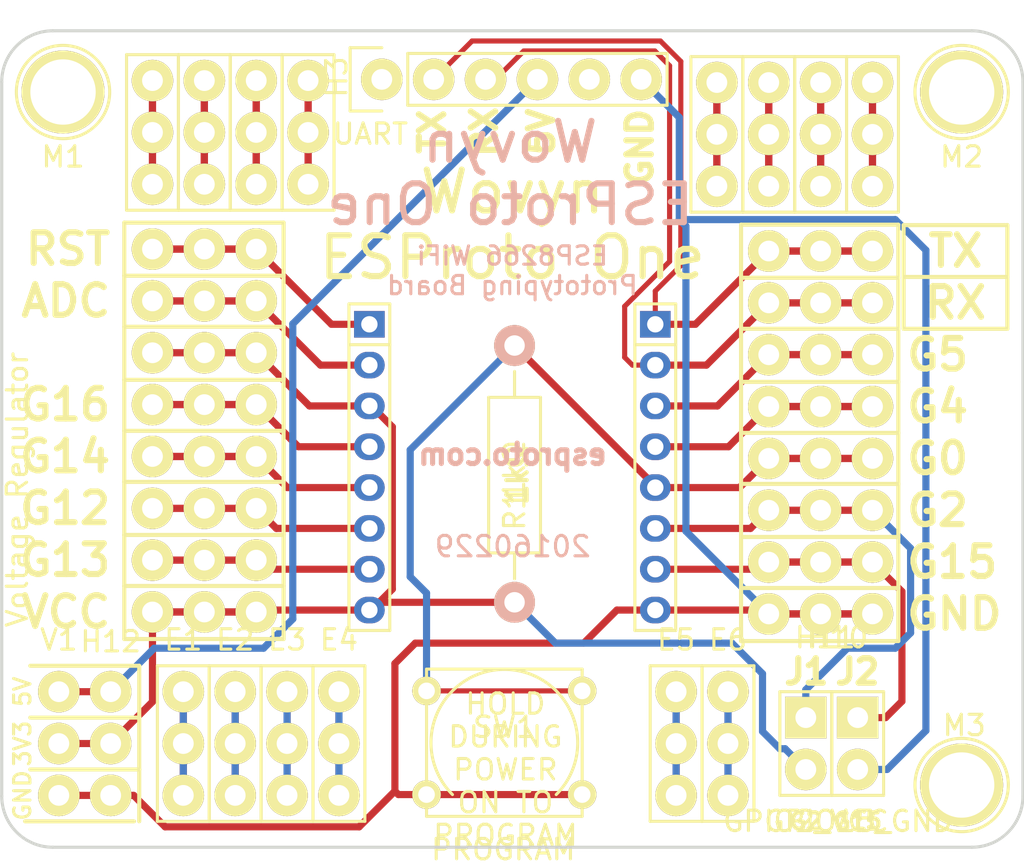
<source format=kicad_pcb>
(kicad_pcb (version 20171130) (host pcbnew "(5.1.12)-1")

  (general
    (thickness 1.6)
    (drawings 107)
    (tracks 232)
    (zones 0)
    (modules 32)
    (nets 33)
  )

  (page A4)
  (layers
    (0 F.Cu signal)
    (31 B.Cu signal)
    (32 B.Adhes user)
    (33 F.Adhes user)
    (34 B.Paste user)
    (35 F.Paste user)
    (36 B.SilkS user)
    (37 F.SilkS user)
    (38 B.Mask user)
    (39 F.Mask user)
    (40 Dwgs.User user)
    (41 Cmts.User user)
    (42 Eco1.User user hide)
    (43 Eco2.User user)
    (44 Edge.Cuts user)
    (45 Margin user)
    (46 B.CrtYd user)
    (47 F.CrtYd user)
    (48 B.Fab user)
    (49 F.Fab user)
  )

  (setup
    (last_trace_width 0.25)
    (trace_clearance 0.2)
    (zone_clearance 0.508)
    (zone_45_only no)
    (trace_min 0.2)
    (via_size 0.6)
    (via_drill 0.4)
    (via_min_size 0.4)
    (via_min_drill 0.3)
    (uvia_size 0.3)
    (uvia_drill 0.1)
    (uvias_allowed no)
    (uvia_min_size 0.2)
    (uvia_min_drill 0.1)
    (edge_width 0.15)
    (segment_width 0.2)
    (pcb_text_width 0.3)
    (pcb_text_size 1.5 1.5)
    (mod_edge_width 0.15)
    (mod_text_size 1 1)
    (mod_text_width 0.15)
    (pad_size 2.032 2.032)
    (pad_drill 1.016)
    (pad_to_mask_clearance 0.2)
    (aux_axis_origin 0 0)
    (grid_origin 144.78 134.62)
    (visible_elements 7FFFFFFF)
    (pcbplotparams
      (layerselection 0x010fc_80000001)
      (usegerberextensions true)
      (usegerberattributes true)
      (usegerberadvancedattributes true)
      (creategerberjobfile true)
      (excludeedgelayer true)
      (linewidth 0.100000)
      (plotframeref false)
      (viasonmask false)
      (mode 1)
      (useauxorigin false)
      (hpglpennumber 1)
      (hpglpenspeed 20)
      (hpglpendiameter 15.000000)
      (psnegative false)
      (psa4output false)
      (plotreference false)
      (plotvalue false)
      (plotinvisibletext false)
      (padsonsilk false)
      (subtractmaskfromsilk false)
      (outputformat 1)
      (mirror false)
      (drillshape 0)
      (scaleselection 1)
      (outputdirectory "Gerber/"))
  )

  (net 0 "")
  (net 1 "Net-(H1-Pad1)")
  (net 2 "Net-(H1-Pad2)")
  (net 3 "Net-(H1-Pad4)")
  (net 4 "Net-(H1-Pad5)")
  (net 5 "Net-(H1-Pad6)")
  (net 6 "Net-(H1-Pad7)")
  (net 7 "Net-(H3-Pad1)")
  (net 8 TXD)
  (net 9 RXD)
  (net 10 +5V)
  (net 11 "Net-(H3-Pad5)")
  (net 12 GND)
  (net 13 "Net-(H6-Pad3)")
  (net 14 "Net-(H6-Pad4)")
  (net 15 "Net-(H6-Pad5)")
  (net 16 "Net-(H11-Pad1)")
  (net 17 "Net-(H10-Pad1)")
  (net 18 +3V3)
  (net 19 "Net-(E1-Pad1)")
  (net 20 "Net-(E2-Pad1)")
  (net 21 "Net-(E3-Pad1)")
  (net 22 "Net-(E4-Pad1)")
  (net 23 "Net-(E5-Pad1)")
  (net 24 "Net-(E6-Pad1)")
  (net 25 "Net-(T1-Pad1)")
  (net 26 "Net-(T2-Pad1)")
  (net 27 "Net-(T3-Pad1)")
  (net 28 "Net-(T4-Pad1)")
  (net 29 "Net-(T5-Pad1)")
  (net 30 "Net-(T6-Pad1)")
  (net 31 "Net-(T7-Pad1)")
  (net 32 "Net-(T8-Pad1)")

  (net_class Default "This is the default net class."
    (clearance 0.2)
    (trace_width 0.25)
    (via_dia 0.6)
    (via_drill 0.4)
    (uvia_dia 0.3)
    (uvia_drill 0.1)
    (add_net "Net-(E1-Pad1)")
    (add_net "Net-(E2-Pad1)")
    (add_net "Net-(E3-Pad1)")
    (add_net "Net-(E4-Pad1)")
    (add_net "Net-(E5-Pad1)")
    (add_net "Net-(E6-Pad1)")
    (add_net "Net-(H1-Pad1)")
    (add_net "Net-(H1-Pad2)")
    (add_net "Net-(H1-Pad4)")
    (add_net "Net-(H1-Pad5)")
    (add_net "Net-(H1-Pad6)")
    (add_net "Net-(H1-Pad7)")
    (add_net "Net-(H10-Pad1)")
    (add_net "Net-(H11-Pad1)")
    (add_net "Net-(H3-Pad1)")
    (add_net "Net-(H3-Pad5)")
    (add_net "Net-(H6-Pad3)")
    (add_net "Net-(H6-Pad4)")
    (add_net "Net-(H6-Pad5)")
    (add_net "Net-(T1-Pad1)")
    (add_net "Net-(T2-Pad1)")
    (add_net "Net-(T3-Pad1)")
    (add_net "Net-(T4-Pad1)")
    (add_net "Net-(T5-Pad1)")
    (add_net "Net-(T6-Pad1)")
    (add_net "Net-(T7-Pad1)")
    (add_net "Net-(T8-Pad1)")
    (add_net RXD)
    (add_net TXD)
  )

  (net_class Power ""
    (clearance 0.25)
    (trace_width 0.35)
    (via_dia 0.6)
    (via_drill 0.4)
    (uvia_dia 0.3)
    (uvia_drill 0.1)
    (add_net +3V3)
    (add_net +5V)
    (add_net GND)
  )

  (module Buttons_Switches_ThroughHole:SW_PUSH_SMALL (layer F.Cu) (tedit 56D5BED6) (tstamp 568013F0)
    (at 169.389 129.5)
    (path /567F6E72)
    (fp_text reference SW1 (at 0 -0.762) (layer F.SilkS)
      (effects (font (size 1 1) (thickness 0.15)))
    )
    (fp_text value PROGRAM (at -0.0508 5.2324) (layer F.SilkS)
      (effects (font (size 1 1) (thickness 0.15)))
    )
    (fp_line (start -3.81 -3.6068) (end -3.81 3.6068) (layer F.SilkS) (width 0.15))
    (fp_line (start 3.81 3.6068) (end -3.81 3.6068) (layer F.SilkS) (width 0.15))
    (fp_line (start 3.81 -3.6068) (end 3.81 3.6068) (layer F.SilkS) (width 0.15))
    (fp_line (start -3.81 -3.6068) (end 3.81 -3.6068) (layer F.SilkS) (width 0.15))
    (fp_arc (start 0 0) (end -2.54 2.54) (angle 270) (layer F.SilkS) (width 0.15))
    (pad 1 thru_hole circle (at 3.81 -2.54) (size 1.397 1.397) (drill 0.8128) (layers *.Cu *.Mask F.SilkS)
      (net 15 "Net-(H6-Pad5)"))
    (pad 2 thru_hole circle (at 3.81 2.54) (size 1.397 1.397) (drill 0.8128) (layers *.Cu *.Mask F.SilkS)
      (net 12 GND))
    (pad 1 thru_hole circle (at -3.81 -2.54) (size 1.397 1.397) (drill 0.8128) (layers *.Cu *.Mask F.SilkS)
      (net 15 "Net-(H6-Pad5)"))
    (pad 2 thru_hole circle (at -3.81 2.54) (size 1.397 1.397) (drill 0.8128) (layers *.Cu *.Mask F.SilkS)
      (net 12 GND))
  )

  (module Pin_Headers:Pin_Header_Straight_1x08 (layer F.Cu) (tedit 569C65EA) (tstamp 56801378)
    (at 152.16 105.315)
    (descr "Through hole pin header")
    (tags "pin header")
    (path /567F7136)
    (fp_text reference H1 (at 0 0) (layer F.SilkS)
      (effects (font (size 1 1) (thickness 0.15)))
    )
    (fp_text value L3 (at 0 -3.1) (layer F.Fab)
      (effects (font (size 1 1) (thickness 0.15)))
    )
    (fp_line (start -1.75 19.55) (end 1.75 19.55) (layer F.CrtYd) (width 0.05))
    (fp_line (start -1.75 -1.75) (end 1.75 -1.75) (layer F.CrtYd) (width 0.05))
    (fp_line (start 1.75 -1.75) (end 1.75 19.55) (layer F.CrtYd) (width 0.05))
    (fp_line (start -1.75 -1.75) (end -1.75 19.55) (layer F.CrtYd) (width 0.05))
    (pad 1 thru_hole circle (at 0 0) (size 2.032 2.032) (drill 1.016) (layers *.Cu *.Mask F.SilkS)
      (net 1 "Net-(H1-Pad1)"))
    (pad 2 thru_hole circle (at 0 2.54) (size 2.032 2.032) (drill 1.016) (layers *.Cu *.Mask F.SilkS)
      (net 2 "Net-(H1-Pad2)"))
    (pad 3 thru_hole circle (at 0 5.08) (size 2.032 2.032) (drill 1.016) (layers *.Cu *.Mask F.SilkS)
      (net 18 +3V3))
    (pad 4 thru_hole circle (at 0 7.62) (size 2.032 2.032) (drill 1.016) (layers *.Cu *.Mask F.SilkS)
      (net 3 "Net-(H1-Pad4)"))
    (pad 5 thru_hole circle (at 0 10.16) (size 2.032 2.032) (drill 1.016) (layers *.Cu *.Mask F.SilkS)
      (net 4 "Net-(H1-Pad5)"))
    (pad 6 thru_hole circle (at 0 12.7) (size 2.032 2.032) (drill 1.016) (layers *.Cu *.Mask F.SilkS)
      (net 5 "Net-(H1-Pad6)"))
    (pad 7 thru_hole circle (at 0 15.24) (size 2.032 2.032) (drill 1.016) (layers *.Cu *.Mask F.SilkS)
      (net 6 "Net-(H1-Pad7)"))
    (pad 8 thru_hole circle (at 0 17.78) (size 2.032 2.032) (drill 1.016) (layers *.Cu *.Mask F.SilkS)
      (net 18 +3V3))
    (model Pin_Headers.3dshapes/Pin_Header_Straight_1x08.wrl
      (offset (xyz 0 -8.889999866485596 0))
      (scale (xyz 1 1 1))
      (rotate (xyz 0 0 90))
    )
  )

  (module Pin_Headers:Pin_Header_Straight_1x08 (layer F.Cu) (tedit 569C65C5) (tstamp 56801384)
    (at 154.7 105.315)
    (descr "Through hole pin header")
    (tags "pin header")
    (path /567F70F8)
    (fp_text reference H2 (at 0 0) (layer F.SilkS)
      (effects (font (size 1 1) (thickness 0.15)))
    )
    (fp_text value L2 (at 0 -3.1) (layer F.Fab)
      (effects (font (size 1 1) (thickness 0.15)))
    )
    (fp_line (start -1.75 19.55) (end 1.75 19.55) (layer F.CrtYd) (width 0.05))
    (fp_line (start -1.75 -1.75) (end 1.75 -1.75) (layer F.CrtYd) (width 0.05))
    (fp_line (start 1.75 -1.75) (end 1.75 19.55) (layer F.CrtYd) (width 0.05))
    (fp_line (start -1.75 -1.75) (end -1.75 19.55) (layer F.CrtYd) (width 0.05))
    (pad 1 thru_hole circle (at 0 0) (size 2.032 2.032) (drill 1.016) (layers *.Cu *.Mask F.SilkS)
      (net 1 "Net-(H1-Pad1)"))
    (pad 2 thru_hole circle (at 0 2.54) (size 2.032 2.032) (drill 1.016) (layers *.Cu *.Mask F.SilkS)
      (net 2 "Net-(H1-Pad2)"))
    (pad 3 thru_hole circle (at 0 5.08) (size 2.032 2.032) (drill 1.016) (layers *.Cu *.Mask F.SilkS)
      (net 18 +3V3))
    (pad 4 thru_hole circle (at 0 7.62) (size 2.032 2.032) (drill 1.016) (layers *.Cu *.Mask F.SilkS)
      (net 3 "Net-(H1-Pad4)"))
    (pad 5 thru_hole circle (at 0 10.16) (size 2.032 2.032) (drill 1.016) (layers *.Cu *.Mask F.SilkS)
      (net 4 "Net-(H1-Pad5)"))
    (pad 6 thru_hole circle (at 0 12.7) (size 2.032 2.032) (drill 1.016) (layers *.Cu *.Mask F.SilkS)
      (net 5 "Net-(H1-Pad6)"))
    (pad 7 thru_hole circle (at 0 15.24) (size 2.032 2.032) (drill 1.016) (layers *.Cu *.Mask F.SilkS)
      (net 6 "Net-(H1-Pad7)"))
    (pad 8 thru_hole circle (at 0 17.78) (size 2.032 2.032) (drill 1.016) (layers *.Cu *.Mask F.SilkS)
      (net 18 +3V3))
    (model Pin_Headers.3dshapes/Pin_Header_Straight_1x08.wrl
      (offset (xyz 0 -8.889999866485596 0))
      (scale (xyz 1 1 1))
      (rotate (xyz 0 0 90))
    )
  )

  (module Pin_Headers:Pin_Header_Straight_1x08 (layer F.Cu) (tedit 569C65AB) (tstamp 5680139A)
    (at 157.24 105.315)
    (descr "Through hole pin header")
    (tags "pin header")
    (path /567F70C1)
    (fp_text reference H4 (at 0 0) (layer F.SilkS)
      (effects (font (size 1 1) (thickness 0.15)))
    )
    (fp_text value L1 (at 0 -3.1) (layer F.Fab)
      (effects (font (size 1 1) (thickness 0.15)))
    )
    (fp_line (start -1.75 19.55) (end 1.75 19.55) (layer F.CrtYd) (width 0.05))
    (fp_line (start -1.75 -1.75) (end 1.75 -1.75) (layer F.CrtYd) (width 0.05))
    (fp_line (start 1.75 -1.75) (end 1.75 19.55) (layer F.CrtYd) (width 0.05))
    (fp_line (start -1.75 -1.75) (end -1.75 19.55) (layer F.CrtYd) (width 0.05))
    (pad 1 thru_hole circle (at 0 0) (size 2.032 2.032) (drill 1.016) (layers *.Cu *.Mask F.SilkS)
      (net 1 "Net-(H1-Pad1)"))
    (pad 2 thru_hole circle (at 0 2.54) (size 2.032 2.032) (drill 1.016) (layers *.Cu *.Mask F.SilkS)
      (net 2 "Net-(H1-Pad2)"))
    (pad 3 thru_hole circle (at 0 5.08) (size 2.032 2.032) (drill 1.016) (layers *.Cu *.Mask F.SilkS)
      (net 18 +3V3))
    (pad 4 thru_hole circle (at 0 7.62) (size 2.032 2.032) (drill 1.016) (layers *.Cu *.Mask F.SilkS)
      (net 3 "Net-(H1-Pad4)"))
    (pad 5 thru_hole circle (at 0 10.16) (size 2.032 2.032) (drill 1.016) (layers *.Cu *.Mask F.SilkS)
      (net 4 "Net-(H1-Pad5)"))
    (pad 6 thru_hole circle (at 0 12.7) (size 2.032 2.032) (drill 1.016) (layers *.Cu *.Mask F.SilkS)
      (net 5 "Net-(H1-Pad6)"))
    (pad 7 thru_hole circle (at 0 15.24) (size 2.032 2.032) (drill 1.016) (layers *.Cu *.Mask F.SilkS)
      (net 6 "Net-(H1-Pad7)"))
    (pad 8 thru_hole circle (at 0 17.78) (size 2.032 2.032) (drill 1.016) (layers *.Cu *.Mask F.SilkS)
      (net 18 +3V3))
    (model Pin_Headers.3dshapes/Pin_Header_Straight_1x08.wrl
      (offset (xyz 0 -8.889999866485596 0))
      (scale (xyz 1 1 1))
      (rotate (xyz 0 0 90))
    )
  )

  (module Pin_Headers:Pin_Header_Straight_1x08 (layer F.Cu) (tedit 569C6592) (tstamp 568013D6)
    (at 187.415 105.41)
    (descr "Through hole pin header")
    (tags "pin header")
    (path /567F67A7)
    (fp_text reference H9 (at 0 0) (layer F.SilkS)
      (effects (font (size 1 1) (thickness 0.15)))
    )
    (fp_text value R3 (at 0 -3.1) (layer F.Fab)
      (effects (font (size 1 1) (thickness 0.15)))
    )
    (fp_line (start -1.75 19.55) (end 1.75 19.55) (layer F.CrtYd) (width 0.05))
    (fp_line (start -1.75 -1.75) (end 1.75 -1.75) (layer F.CrtYd) (width 0.05))
    (fp_line (start 1.75 -1.75) (end 1.75 19.55) (layer F.CrtYd) (width 0.05))
    (fp_line (start -1.75 -1.75) (end -1.75 19.55) (layer F.CrtYd) (width 0.05))
    (pad 1 thru_hole circle (at 0 0) (size 2.032 2.032) (drill 1.016) (layers *.Cu *.Mask F.SilkS)
      (net 8 TXD))
    (pad 2 thru_hole circle (at 0 2.54) (size 2.032 2.032) (drill 1.016) (layers *.Cu *.Mask F.SilkS)
      (net 9 RXD))
    (pad 3 thru_hole circle (at 0 5.08) (size 2.032 2.032) (drill 1.016) (layers *.Cu *.Mask F.SilkS)
      (net 13 "Net-(H6-Pad3)"))
    (pad 4 thru_hole circle (at 0 7.62) (size 2.032 2.032) (drill 1.016) (layers *.Cu *.Mask F.SilkS)
      (net 14 "Net-(H6-Pad4)"))
    (pad 5 thru_hole circle (at 0 10.16) (size 2.032 2.032) (drill 1.016) (layers *.Cu *.Mask F.SilkS)
      (net 15 "Net-(H6-Pad5)"))
    (pad 6 thru_hole circle (at 0 12.7) (size 2.032 2.032) (drill 1.016) (layers *.Cu *.Mask F.SilkS)
      (net 16 "Net-(H11-Pad1)"))
    (pad 7 thru_hole circle (at 0 15.24) (size 2.032 2.032) (drill 1.016) (layers *.Cu *.Mask F.SilkS)
      (net 17 "Net-(H10-Pad1)"))
    (pad 8 thru_hole circle (at 0 17.78) (size 2.032 2.032) (drill 1.016) (layers *.Cu *.Mask F.SilkS)
      (net 12 GND))
    (model Pin_Headers.3dshapes/Pin_Header_Straight_1x08.wrl
      (offset (xyz 0 -8.889999866485596 0))
      (scale (xyz 1 1 1))
      (rotate (xyz 0 0 90))
    )
  )

  (module Pin_Headers:Pin_Header_Straight_1x08 (layer F.Cu) (tedit 569C6574) (tstamp 568013CA)
    (at 184.875 105.41)
    (descr "Through hole pin header")
    (tags "pin header")
    (path /567F677C)
    (fp_text reference H8 (at 0 0) (layer F.SilkS)
      (effects (font (size 1 1) (thickness 0.15)))
    )
    (fp_text value R2 (at 0 -3.1) (layer F.Fab)
      (effects (font (size 1 1) (thickness 0.15)))
    )
    (fp_line (start -1.75 19.55) (end 1.75 19.55) (layer F.CrtYd) (width 0.05))
    (fp_line (start -1.75 -1.75) (end 1.75 -1.75) (layer F.CrtYd) (width 0.05))
    (fp_line (start 1.75 -1.75) (end 1.75 19.55) (layer F.CrtYd) (width 0.05))
    (fp_line (start -1.75 -1.75) (end -1.75 19.55) (layer F.CrtYd) (width 0.05))
    (pad 1 thru_hole circle (at 0 0) (size 2.032 2.032) (drill 1.016) (layers *.Cu *.Mask F.SilkS)
      (net 8 TXD))
    (pad 2 thru_hole circle (at 0 2.54) (size 2.032 2.032) (drill 1.016) (layers *.Cu *.Mask F.SilkS)
      (net 9 RXD))
    (pad 3 thru_hole circle (at 0 5.08) (size 2.032 2.032) (drill 1.016) (layers *.Cu *.Mask F.SilkS)
      (net 13 "Net-(H6-Pad3)"))
    (pad 4 thru_hole circle (at 0 7.62) (size 2.032 2.032) (drill 1.016) (layers *.Cu *.Mask F.SilkS)
      (net 14 "Net-(H6-Pad4)"))
    (pad 5 thru_hole circle (at 0 10.16) (size 2.032 2.032) (drill 1.016) (layers *.Cu *.Mask F.SilkS)
      (net 15 "Net-(H6-Pad5)"))
    (pad 6 thru_hole circle (at 0 12.7) (size 2.032 2.032) (drill 1.016) (layers *.Cu *.Mask F.SilkS)
      (net 16 "Net-(H11-Pad1)"))
    (pad 7 thru_hole circle (at 0 15.24) (size 2.032 2.032) (drill 1.016) (layers *.Cu *.Mask F.SilkS)
      (net 17 "Net-(H10-Pad1)"))
    (pad 8 thru_hole circle (at 0 17.78) (size 2.032 2.032) (drill 1.016) (layers *.Cu *.Mask F.SilkS)
      (net 12 GND))
    (model Pin_Headers.3dshapes/Pin_Header_Straight_1x08.wrl
      (offset (xyz 0 -8.889999866485596 0))
      (scale (xyz 1 1 1))
      (rotate (xyz 0 0 90))
    )
  )

  (module Pin_Headers:Pin_Header_Straight_1x08 (layer F.Cu) (tedit 569C6558) (tstamp 568013BE)
    (at 182.335 105.41)
    (descr "Through hole pin header")
    (tags "pin header")
    (path /567F6754)
    (fp_text reference H7 (at 0 0) (layer F.SilkS)
      (effects (font (size 1 1) (thickness 0.15)))
    )
    (fp_text value R1 (at 0 -3.1) (layer F.Fab)
      (effects (font (size 1 1) (thickness 0.15)))
    )
    (fp_line (start -1.75 19.55) (end 1.75 19.55) (layer F.CrtYd) (width 0.05))
    (fp_line (start -1.75 -1.75) (end 1.75 -1.75) (layer F.CrtYd) (width 0.05))
    (fp_line (start 1.75 -1.75) (end 1.75 19.55) (layer F.CrtYd) (width 0.05))
    (fp_line (start -1.75 -1.75) (end -1.75 19.55) (layer F.CrtYd) (width 0.05))
    (pad 1 thru_hole circle (at 0 0) (size 2.032 2.032) (drill 1.016) (layers *.Cu *.Mask F.SilkS)
      (net 8 TXD))
    (pad 2 thru_hole circle (at 0 2.54) (size 2.032 2.032) (drill 1.016) (layers *.Cu *.Mask F.SilkS)
      (net 9 RXD))
    (pad 3 thru_hole circle (at 0 5.08) (size 2.032 2.032) (drill 1.016) (layers *.Cu *.Mask F.SilkS)
      (net 13 "Net-(H6-Pad3)"))
    (pad 4 thru_hole circle (at 0 7.62) (size 2.032 2.032) (drill 1.016) (layers *.Cu *.Mask F.SilkS)
      (net 14 "Net-(H6-Pad4)"))
    (pad 5 thru_hole circle (at 0 10.16) (size 2.032 2.032) (drill 1.016) (layers *.Cu *.Mask F.SilkS)
      (net 15 "Net-(H6-Pad5)"))
    (pad 6 thru_hole circle (at 0 12.7) (size 2.032 2.032) (drill 1.016) (layers *.Cu *.Mask F.SilkS)
      (net 16 "Net-(H11-Pad1)"))
    (pad 7 thru_hole circle (at 0 15.24) (size 2.032 2.032) (drill 1.016) (layers *.Cu *.Mask F.SilkS)
      (net 17 "Net-(H10-Pad1)"))
    (pad 8 thru_hole circle (at 0 17.78) (size 2.032 2.032) (drill 1.016) (layers *.Cu *.Mask F.SilkS)
      (net 12 GND))
    (model Pin_Headers.3dshapes/Pin_Header_Straight_1x08.wrl
      (offset (xyz 0 -8.889999866485596 0))
      (scale (xyz 1 1 1))
      (rotate (xyz 0 0 90))
    )
  )

  (module Pin_Headers:Pin_Header_Straight_1x02 (layer F.Cu) (tedit 569C6455) (tstamp 568013DC)
    (at 186.69 128.27)
    (descr "Through hole pin header")
    (tags "pin header")
    (path /567F60C4)
    (fp_text reference H10 (at -0.97 -3.921) (layer F.SilkS)
      (effects (font (size 1 1) (thickness 0.15)))
    )
    (fp_text value GPIO15_GND (at 0.046 5.08) (layer F.SilkS)
      (effects (font (size 1 1) (thickness 0.15)))
    )
    (fp_line (start -1.75 4.3) (end 1.75 4.3) (layer F.CrtYd) (width 0.05))
    (fp_line (start -1.75 -1.75) (end 1.75 -1.75) (layer F.CrtYd) (width 0.05))
    (fp_line (start 1.75 -1.75) (end 1.75 4.3) (layer F.CrtYd) (width 0.05))
    (fp_line (start -1.75 -1.75) (end -1.75 4.3) (layer F.CrtYd) (width 0.05))
    (fp_line (start -1.27 -1.27) (end 1.27 -1.27) (layer F.SilkS) (width 0.15))
    (fp_line (start 1.27 -1.27) (end 1.27 3.81) (layer F.SilkS) (width 0.15))
    (fp_line (start 1.27 3.81) (end -1.27 3.81) (layer F.SilkS) (width 0.15))
    (fp_line (start -1.27 3.81) (end -1.27 -1.27) (layer F.SilkS) (width 0.15))
    (pad 1 thru_hole rect (at 0 0) (size 2.032 2.032) (drill 1.016) (layers *.Cu *.Mask F.SilkS)
      (net 17 "Net-(H10-Pad1)"))
    (pad 2 thru_hole oval (at 0 2.54) (size 2.032 2.032) (drill 1.016) (layers *.Cu *.Mask F.SilkS)
      (net 12 GND))
    (model Pin_Headers.3dshapes/Pin_Header_Straight_1x02.wrl
      (offset (xyz 0 -1.269999980926514 0))
      (scale (xyz 1 1 1))
      (rotate (xyz 0 0 90))
    )
  )

  (module Pin_Headers:Pin_Header_Straight_1x02 (layer F.Cu) (tedit 569C6430) (tstamp 56801300)
    (at 184.15 128.27)
    (descr "Through hole pin header")
    (tags "pin header")
    (path /567F6266)
    (fp_text reference H11 (at 0.949 -3.921) (layer F.SilkS)
      (effects (font (size 1 1) (thickness 0.15)))
    )
    (fp_text value GPIO2_VCC (at 0 5.08) (layer F.SilkS)
      (effects (font (size 1 1) (thickness 0.15)))
    )
    (fp_line (start -1.75 4.3) (end 1.75 4.3) (layer F.CrtYd) (width 0.05))
    (fp_line (start -1.75 -1.75) (end 1.75 -1.75) (layer F.CrtYd) (width 0.05))
    (fp_line (start 1.75 -1.75) (end 1.75 4.3) (layer F.CrtYd) (width 0.05))
    (fp_line (start -1.75 -1.75) (end -1.75 4.3) (layer F.CrtYd) (width 0.05))
    (fp_line (start -1.27 -1.27) (end 1.27 -1.27) (layer F.SilkS) (width 0.15))
    (fp_line (start 1.27 -1.27) (end 1.27 3.81) (layer F.SilkS) (width 0.15))
    (fp_line (start 1.27 3.81) (end -1.27 3.81) (layer F.SilkS) (width 0.15))
    (fp_line (start -1.27 3.81) (end -1.27 -1.27) (layer F.SilkS) (width 0.15))
    (pad 1 thru_hole rect (at 0 0) (size 2.032 2.032) (drill 1.016) (layers *.Cu *.Mask F.SilkS)
      (net 16 "Net-(H11-Pad1)"))
    (pad 2 thru_hole oval (at 0 2.54) (size 2.032 2.032) (drill 1.016) (layers *.Cu *.Mask F.SilkS)
      (net 18 +3V3))
    (model Pin_Headers.3dshapes/Pin_Header_Straight_1x02.wrl
      (offset (xyz 0 -1.269999980926514 0))
      (scale (xyz 1 1 1))
      (rotate (xyz 0 0 90))
    )
  )

  (module Resistors_ThroughHole:Resistor_Horizontal_RM15mm (layer F.Cu) (tedit 56835784) (tstamp 7FFFFFFF)
    (at 169.889 115.12 90)
    (descr "Resistor, Axial, RM 15mm,")
    (tags "Resistor, Axial, RM 15mm,")
    (path /567F5FE1)
    (fp_text reference R1 (at -3 0 90) (layer F.SilkS)
      (effects (font (size 1 1) (thickness 0.15)))
    )
    (fp_text value 1kΩ (at -1.02 -0.009 90) (layer F.SilkS)
      (effects (font (size 1 1) (thickness 0.15)))
    )
    (fp_line (start -6.35 0) (end -5.08 0) (layer F.SilkS) (width 0.15))
    (fp_line (start 3.81 0) (end 2.54 0) (layer F.SilkS) (width 0.15))
    (fp_line (start 2.54 -1.27) (end -5.08 -1.27) (layer F.SilkS) (width 0.15))
    (fp_line (start 2.54 1.27) (end 2.54 -1.27) (layer F.SilkS) (width 0.15))
    (fp_line (start -5.08 1.27) (end 2.54 1.27) (layer F.SilkS) (width 0.15))
    (fp_line (start -5.08 -1.27) (end -5.08 1.27) (layer F.SilkS) (width 0.15))
    (pad 1 thru_hole circle (at -7.5 0 90) (size 1.99898 1.99898) (drill 1.00076) (layers *.Cu *.SilkS *.Mask)
      (net 18 +3V3))
    (pad 2 thru_hole circle (at 5.08 0 90) (size 1.99898 1.99898) (drill 1.00076) (layers *.Cu *.SilkS *.Mask)
      (net 15 "Net-(H6-Pad5)"))
    (model Resistors_ThroughHole.3dshapes/Resistor_Horizontal_RM15mm.wrl
      (at (xyz 0 0 0))
      (scale (xyz 0.4 0.4 0.4))
      (rotate (xyz 0 0 0))
    )
  )

  (module Connect:1pin (layer F.Cu) (tedit 56832197) (tstamp 5)
    (at 191.78 131.572)
    (descr "module 1 pin (ou trou mecanique de percage)")
    (tags DEV)
    (fp_text reference M3 (at 0.127 -2.921) (layer F.SilkS)
      (effects (font (size 1 1) (thickness 0.15)))
    )
    (fp_text value "" (at 0 2.794) (layer F.Fab)
      (effects (font (size 1 1) (thickness 0.15)))
    )
    (fp_circle (center 0 0) (end 0 -2.286) (layer F.SilkS) (width 0.15))
    (pad 1 thru_hole circle (at 0 0) (size 4.064 4.064) (drill 3.2) (layers *.Cu *.Mask F.SilkS))
  )

  (module Pin_Headers:Pin_Header_Straight_1x03 (layer F.Cu) (tedit 5683218D) (tstamp 5681BA0A)
    (at 180.34 127)
    (descr "Through hole pin header")
    (tags "pin header")
    (path /5681B9F7)
    (fp_text reference E6 (at 0 -2.54) (layer F.SilkS)
      (effects (font (size 1 1) (thickness 0.15)))
    )
    (fp_text value Ex6 (at 0 7.62) (layer F.Fab)
      (effects (font (size 1 1) (thickness 0.15)))
    )
    (fp_line (start 1.27 -1.27) (end -1.27 -1.27) (layer F.SilkS) (width 0.15))
    (fp_line (start -1.27 6.35) (end 1.27 6.35) (layer F.SilkS) (width 0.15))
    (fp_line (start -1.75 6.85) (end 1.75 6.85) (layer F.CrtYd) (width 0.05))
    (fp_line (start -1.75 -1.75) (end 1.75 -1.75) (layer F.CrtYd) (width 0.05))
    (fp_line (start 1.75 -1.75) (end 1.75 6.85) (layer F.CrtYd) (width 0.05))
    (fp_line (start -1.75 -1.75) (end -1.75 6.85) (layer F.CrtYd) (width 0.05))
    (fp_line (start 1.27 -1.27) (end 1.27 6.35) (layer F.SilkS) (width 0.15))
    (fp_line (start -1.27 -1.27) (end -1.27 6.35) (layer F.SilkS) (width 0.15))
    (pad 1 thru_hole circle (at 0 0) (size 2.032 2.032) (drill 1.016) (layers *.Cu *.Mask F.SilkS)
      (net 24 "Net-(E6-Pad1)"))
    (pad 2 thru_hole circle (at 0 2.54) (size 2.032 2.032) (drill 1.016) (layers *.Cu *.Mask F.SilkS)
      (net 24 "Net-(E6-Pad1)"))
    (pad 3 thru_hole circle (at 0 5.08) (size 2.032 2.032) (drill 1.016) (layers *.Cu *.Mask F.SilkS)
      (net 24 "Net-(E6-Pad1)"))
    (model Pin_Headers.3dshapes/Pin_Header_Straight_1x03.wrl
      (offset (xyz 0 -2.539999961853027 0))
      (scale (xyz 1 1 1))
      (rotate (xyz 0 0 90))
    )
  )

  (module Pin_Headers:Pin_Header_Straight_1x03 (layer F.Cu) (tedit 56832186) (tstamp 5681BA03)
    (at 177.8 127)
    (descr "Through hole pin header")
    (tags "pin header")
    (path /5681B9A4)
    (fp_text reference E5 (at 0 -2.54) (layer F.SilkS)
      (effects (font (size 1 1) (thickness 0.15)))
    )
    (fp_text value Ex5 (at 0 7.62) (layer F.Fab)
      (effects (font (size 1 1) (thickness 0.15)))
    )
    (fp_line (start 1.27 -1.27) (end -1.27 -1.27) (layer F.SilkS) (width 0.15))
    (fp_line (start -1.27 6.35) (end 1.27 6.35) (layer F.SilkS) (width 0.15))
    (fp_line (start -1.75 6.85) (end 1.75 6.85) (layer F.CrtYd) (width 0.05))
    (fp_line (start -1.75 -1.75) (end 1.75 -1.75) (layer F.CrtYd) (width 0.05))
    (fp_line (start 1.75 -1.75) (end 1.75 6.85) (layer F.CrtYd) (width 0.05))
    (fp_line (start -1.75 -1.75) (end -1.75 6.85) (layer F.CrtYd) (width 0.05))
    (fp_line (start -1.27 -1.27) (end -1.27 6.35) (layer F.SilkS) (width 0.15))
    (fp_line (start 1.27 -1.27) (end 1.27 6.35) (layer F.SilkS) (width 0.15))
    (pad 1 thru_hole circle (at 0 0) (size 2.032 2.032) (drill 1.016) (layers *.Cu *.Mask F.SilkS)
      (net 23 "Net-(E5-Pad1)"))
    (pad 2 thru_hole circle (at 0 2.54) (size 2.032 2.032) (drill 1.016) (layers *.Cu *.Mask F.SilkS)
      (net 23 "Net-(E5-Pad1)"))
    (pad 3 thru_hole circle (at 0 5.08) (size 2.032 2.032) (drill 1.016) (layers *.Cu *.Mask F.SilkS)
      (net 23 "Net-(E5-Pad1)"))
    (model Pin_Headers.3dshapes/Pin_Header_Straight_1x03.wrl
      (offset (xyz 0 -2.539999961853027 0))
      (scale (xyz 1 1 1))
      (rotate (xyz 0 0 90))
    )
  )

  (module Pin_Headers:Pin_Header_Straight_1x03 (layer F.Cu) (tedit 56832180) (tstamp 5681B9FC)
    (at 161.29 127)
    (descr "Through hole pin header")
    (tags "pin header")
    (path /5681B94F)
    (fp_text reference E4 (at 0 -2.54) (layer F.SilkS)
      (effects (font (size 1 1) (thickness 0.15)))
    )
    (fp_text value Ex4 (at 0 7.62) (layer F.Fab)
      (effects (font (size 1 1) (thickness 0.15)))
    )
    (fp_line (start 1.27 -1.27) (end -1.27 -1.27) (layer F.SilkS) (width 0.15))
    (fp_line (start -1.27 6.35) (end 1.27 6.35) (layer F.SilkS) (width 0.15))
    (fp_line (start -1.75 6.85) (end 1.75 6.85) (layer F.CrtYd) (width 0.05))
    (fp_line (start -1.75 -1.75) (end 1.75 -1.75) (layer F.CrtYd) (width 0.05))
    (fp_line (start 1.75 -1.75) (end 1.75 6.85) (layer F.CrtYd) (width 0.05))
    (fp_line (start -1.75 -1.75) (end -1.75 6.85) (layer F.CrtYd) (width 0.05))
    (fp_line (start -1.27 -1.27) (end -1.27 6.35) (layer F.SilkS) (width 0.15))
    (fp_line (start 1.27 -1.27) (end 1.27 6.35) (layer F.SilkS) (width 0.15))
    (pad 1 thru_hole circle (at 0 0) (size 2.032 2.032) (drill 1.016) (layers *.Cu *.Mask F.SilkS)
      (net 22 "Net-(E4-Pad1)"))
    (pad 2 thru_hole circle (at 0 2.54) (size 2.032 2.032) (drill 1.016) (layers *.Cu *.Mask F.SilkS)
      (net 22 "Net-(E4-Pad1)"))
    (pad 3 thru_hole circle (at 0 5.08) (size 2.032 2.032) (drill 1.016) (layers *.Cu *.Mask F.SilkS)
      (net 22 "Net-(E4-Pad1)"))
    (model Pin_Headers.3dshapes/Pin_Header_Straight_1x03.wrl
      (offset (xyz 0 -2.539999961853027 0))
      (scale (xyz 1 1 1))
      (rotate (xyz 0 0 90))
    )
  )

  (module Pin_Headers:Pin_Header_Straight_1x03 (layer F.Cu) (tedit 56831F18) (tstamp 5681BBD0)
    (at 187.415 97.155)
    (descr "Through hole pin header")
    (tags "pin header")
    (path /5681CB40)
    (fp_text reference T8 (at -0.127 0.084999) (layer F.SilkS)
      (effects (font (size 1 1) (thickness 0.15)))
    )
    (fp_text value T8 (at 0 -3.1) (layer F.Fab)
      (effects (font (size 1 1) (thickness 0.15)))
    )
    (fp_line (start 1.27 -1.27) (end -1.27 -1.27) (layer F.SilkS) (width 0.15))
    (fp_line (start -1.27 6.35) (end 1.27 6.35) (layer F.SilkS) (width 0.15))
    (fp_line (start -1.75 6.85) (end 1.75 6.85) (layer F.CrtYd) (width 0.05))
    (fp_line (start -1.75 -1.75) (end 1.75 -1.75) (layer F.CrtYd) (width 0.05))
    (fp_line (start 1.75 -1.75) (end 1.75 6.85) (layer F.CrtYd) (width 0.05))
    (fp_line (start -1.75 -1.75) (end -1.75 6.85) (layer F.CrtYd) (width 0.05))
    (fp_line (start 1.27 -1.27) (end 1.27 6.35) (layer F.SilkS) (width 0.15))
    (fp_line (start -1.27 -1.27) (end -1.27 6.35) (layer F.SilkS) (width 0.15))
    (pad 1 thru_hole circle (at 0 0) (size 2.032 2.032) (drill 1.016) (layers *.Cu *.Mask F.SilkS)
      (net 32 "Net-(T8-Pad1)"))
    (pad 2 thru_hole circle (at 0 2.54) (size 2.032 2.032) (drill 1.016) (layers *.Cu *.Mask F.SilkS)
      (net 32 "Net-(T8-Pad1)"))
    (pad 3 thru_hole circle (at 0 5.08) (size 2.032 2.032) (drill 1.016) (layers *.Cu *.Mask F.SilkS)
      (net 32 "Net-(T8-Pad1)"))
    (model Pin_Headers.3dshapes/Pin_Header_Straight_1x03.wrl
      (offset (xyz 0 -2.539999961853027 0))
      (scale (xyz 1 1 1))
      (rotate (xyz 0 0 90))
    )
  )

  (module Pin_Headers:Pin_Header_Straight_1x03 (layer F.Cu) (tedit 56831F12) (tstamp 5681BBC9)
    (at 184.875 97.155)
    (descr "Through hole pin header")
    (tags "pin header")
    (path /5681CB3A)
    (fp_text reference T7 (at 0 0) (layer F.SilkS)
      (effects (font (size 1 1) (thickness 0.15)))
    )
    (fp_text value T7 (at 0 -3.1) (layer F.Fab)
      (effects (font (size 1 1) (thickness 0.15)))
    )
    (fp_line (start 1.27 -1.27) (end -1.27 -1.27) (layer F.SilkS) (width 0.15))
    (fp_line (start -1.27 6.35) (end 1.27 6.35) (layer F.SilkS) (width 0.15))
    (fp_line (start -1.75 6.85) (end 1.75 6.85) (layer F.CrtYd) (width 0.05))
    (fp_line (start -1.75 -1.75) (end 1.75 -1.75) (layer F.CrtYd) (width 0.05))
    (fp_line (start 1.75 -1.75) (end 1.75 6.85) (layer F.CrtYd) (width 0.05))
    (fp_line (start -1.75 -1.75) (end -1.75 6.85) (layer F.CrtYd) (width 0.05))
    (fp_line (start 1.27 -1.27) (end 1.27 6.35) (layer F.SilkS) (width 0.15))
    (fp_line (start -1.27 -1.27) (end -1.27 6.35) (layer F.SilkS) (width 0.15))
    (pad 1 thru_hole circle (at 0 0) (size 2.032 2.032) (drill 1.016) (layers *.Cu *.Mask F.SilkS)
      (net 31 "Net-(T7-Pad1)"))
    (pad 2 thru_hole circle (at 0 2.54) (size 2.032 2.032) (drill 1.016) (layers *.Cu *.Mask F.SilkS)
      (net 31 "Net-(T7-Pad1)"))
    (pad 3 thru_hole circle (at 0 5.08) (size 2.032 2.032) (drill 1.016) (layers *.Cu *.Mask F.SilkS)
      (net 31 "Net-(T7-Pad1)"))
    (model Pin_Headers.3dshapes/Pin_Header_Straight_1x03.wrl
      (offset (xyz 0 -2.539999961853027 0))
      (scale (xyz 1 1 1))
      (rotate (xyz 0 0 90))
    )
  )

  (module Pin_Headers:Pin_Header_Straight_1x03 (layer F.Cu) (tedit 56831F0F) (tstamp 5681BBC2)
    (at 182.335 97.155)
    (descr "Through hole pin header")
    (tags "pin header")
    (path /5681CB34)
    (fp_text reference T6 (at 0 0) (layer F.SilkS)
      (effects (font (size 1 1) (thickness 0.15)))
    )
    (fp_text value T6 (at 0 -3.1) (layer F.Fab)
      (effects (font (size 1 1) (thickness 0.15)))
    )
    (fp_line (start 1.27 -1.27) (end -1.27 -1.27) (layer F.SilkS) (width 0.15))
    (fp_line (start -1.27 6.35) (end 1.27 6.35) (layer F.SilkS) (width 0.15))
    (fp_line (start -1.75 6.85) (end 1.75 6.85) (layer F.CrtYd) (width 0.05))
    (fp_line (start -1.75 -1.75) (end 1.75 -1.75) (layer F.CrtYd) (width 0.05))
    (fp_line (start 1.75 -1.75) (end 1.75 6.85) (layer F.CrtYd) (width 0.05))
    (fp_line (start -1.75 -1.75) (end -1.75 6.85) (layer F.CrtYd) (width 0.05))
    (fp_line (start -1.27 -1.27) (end -1.27 6.35) (layer F.SilkS) (width 0.15))
    (fp_line (start 1.27 6.35) (end 1.27 -1.27) (layer F.SilkS) (width 0.15))
    (pad 1 thru_hole circle (at 0 0) (size 2.032 2.032) (drill 1.016) (layers *.Cu *.Mask F.SilkS)
      (net 30 "Net-(T6-Pad1)"))
    (pad 2 thru_hole circle (at 0 2.54) (size 2.032 2.032) (drill 1.016) (layers *.Cu *.Mask F.SilkS)
      (net 30 "Net-(T6-Pad1)"))
    (pad 3 thru_hole circle (at 0 5.08) (size 2.032 2.032) (drill 1.016) (layers *.Cu *.Mask F.SilkS)
      (net 30 "Net-(T6-Pad1)"))
    (model Pin_Headers.3dshapes/Pin_Header_Straight_1x03.wrl
      (offset (xyz 0 -2.539999961853027 0))
      (scale (xyz 1 1 1))
      (rotate (xyz 0 0 90))
    )
  )

  (module Pin_Headers:Pin_Header_Straight_1x03 (layer F.Cu) (tedit 56831F0C) (tstamp 5681BBBB)
    (at 179.795 97.155)
    (descr "Through hole pin header")
    (tags "pin header")
    (path /5681CB2E)
    (fp_text reference T5 (at 0 0) (layer F.SilkS)
      (effects (font (size 1 1) (thickness 0.15)))
    )
    (fp_text value T5 (at 0 -3.1) (layer F.Fab)
      (effects (font (size 1 1) (thickness 0.15)))
    )
    (fp_line (start 1.27 -1.27) (end -1.27 -1.27) (layer F.SilkS) (width 0.15))
    (fp_line (start -1.27 6.35) (end 1.27 6.35) (layer F.SilkS) (width 0.15))
    (fp_line (start -1.75 6.85) (end 1.75 6.85) (layer F.CrtYd) (width 0.05))
    (fp_line (start -1.75 -1.75) (end 1.75 -1.75) (layer F.CrtYd) (width 0.05))
    (fp_line (start 1.75 -1.75) (end 1.75 6.85) (layer F.CrtYd) (width 0.05))
    (fp_line (start -1.75 -1.75) (end -1.75 6.85) (layer F.CrtYd) (width 0.05))
    (fp_line (start 1.27 -1.27) (end 1.27 6.35) (layer F.SilkS) (width 0.15))
    (fp_line (start -1.27 -1.27) (end -1.27 6.35) (layer F.SilkS) (width 0.15))
    (pad 1 thru_hole circle (at 0 0) (size 2.032 2.032) (drill 1.016) (layers *.Cu *.Mask F.SilkS)
      (net 29 "Net-(T5-Pad1)"))
    (pad 2 thru_hole circle (at 0 2.54) (size 2.032 2.032) (drill 1.016) (layers *.Cu *.Mask F.SilkS)
      (net 29 "Net-(T5-Pad1)"))
    (pad 3 thru_hole circle (at 0 5.08) (size 2.032 2.032) (drill 1.016) (layers *.Cu *.Mask F.SilkS)
      (net 29 "Net-(T5-Pad1)"))
    (model Pin_Headers.3dshapes/Pin_Header_Straight_1x03.wrl
      (offset (xyz 0 -2.539999961853027 0))
      (scale (xyz 1 1 1))
      (rotate (xyz 0 0 90))
    )
  )

  (module Pin_Headers:Pin_Header_Straight_1x03 (layer F.Cu) (tedit 56831F1D) (tstamp 5681BBB4)
    (at 159.78 97.06)
    (descr "Through hole pin header")
    (tags "pin header")
    (path /5681CA59)
    (fp_text reference T4 (at 0 0) (layer F.SilkS)
      (effects (font (size 1 1) (thickness 0.15)))
    )
    (fp_text value T4 (at 0 -3.1) (layer F.Fab)
      (effects (font (size 1 1) (thickness 0.15)))
    )
    (fp_line (start 1.27 -1.27) (end -1.27 -1.27) (layer F.SilkS) (width 0.15))
    (fp_line (start -1.27 6.35) (end 1.27 6.35) (layer F.SilkS) (width 0.15))
    (fp_line (start -1.75 6.85) (end 1.75 6.85) (layer F.CrtYd) (width 0.05))
    (fp_line (start -1.75 -1.75) (end 1.75 -1.75) (layer F.CrtYd) (width 0.05))
    (fp_line (start 1.75 -1.75) (end 1.75 6.85) (layer F.CrtYd) (width 0.05))
    (fp_line (start -1.75 -1.75) (end -1.75 6.85) (layer F.CrtYd) (width 0.05))
    (fp_line (start -1.27 -1.27) (end -1.27 6.35) (layer F.SilkS) (width 0.15))
    (fp_line (start 1.27 6.35) (end 1.27 -1.27) (layer F.SilkS) (width 0.15))
    (pad 1 thru_hole circle (at 0 0) (size 2.032 2.032) (drill 1.016) (layers *.Cu *.Mask F.SilkS)
      (net 28 "Net-(T4-Pad1)"))
    (pad 2 thru_hole circle (at 0 2.54) (size 2.032 2.032) (drill 1.016) (layers *.Cu *.Mask F.SilkS)
      (net 28 "Net-(T4-Pad1)"))
    (pad 3 thru_hole circle (at 0 5.08) (size 2.032 2.032) (drill 1.016) (layers *.Cu *.Mask F.SilkS)
      (net 28 "Net-(T4-Pad1)"))
    (model Pin_Headers.3dshapes/Pin_Header_Straight_1x03.wrl
      (offset (xyz 0 -2.539999961853027 0))
      (scale (xyz 1 1 1))
      (rotate (xyz 0 0 90))
    )
  )

  (module Pin_Headers:Pin_Header_Straight_1x03 (layer F.Cu) (tedit 56831F20) (tstamp 5681BBAD)
    (at 157.24 97.06)
    (descr "Through hole pin header")
    (tags "pin header")
    (path /5681C9F0)
    (fp_text reference T3 (at 0 0) (layer F.SilkS)
      (effects (font (size 1 1) (thickness 0.15)))
    )
    (fp_text value T3 (at 0 -3.1) (layer F.Fab)
      (effects (font (size 1 1) (thickness 0.15)))
    )
    (fp_line (start 1.27 -1.27) (end -1.27 -1.27) (layer F.SilkS) (width 0.15))
    (fp_line (start -1.27 6.35) (end 1.27 6.35) (layer F.SilkS) (width 0.15))
    (fp_line (start -1.75 6.85) (end 1.75 6.85) (layer F.CrtYd) (width 0.05))
    (fp_line (start -1.75 -1.75) (end 1.75 -1.75) (layer F.CrtYd) (width 0.05))
    (fp_line (start 1.75 -1.75) (end 1.75 6.85) (layer F.CrtYd) (width 0.05))
    (fp_line (start -1.75 -1.75) (end -1.75 6.85) (layer F.CrtYd) (width 0.05))
    (fp_line (start 1.27 -1.27) (end 1.27 6.35) (layer F.SilkS) (width 0.15))
    (fp_line (start -1.27 6.35) (end -1.27 -1.27) (layer F.SilkS) (width 0.15))
    (pad 1 thru_hole circle (at 0 0) (size 2.032 2.032) (drill 1.016) (layers *.Cu *.Mask F.SilkS)
      (net 27 "Net-(T3-Pad1)"))
    (pad 2 thru_hole circle (at 0 2.54) (size 2.032 2.032) (drill 1.016) (layers *.Cu *.Mask F.SilkS)
      (net 27 "Net-(T3-Pad1)"))
    (pad 3 thru_hole circle (at 0 5.08) (size 2.032 2.032) (drill 1.016) (layers *.Cu *.Mask F.SilkS)
      (net 27 "Net-(T3-Pad1)"))
    (model Pin_Headers.3dshapes/Pin_Header_Straight_1x03.wrl
      (offset (xyz 0 -2.539999961853027 0))
      (scale (xyz 1 1 1))
      (rotate (xyz 0 0 90))
    )
  )

  (module Pin_Headers:Pin_Header_Straight_1x03 (layer F.Cu) (tedit 56831F23) (tstamp 5681BBA6)
    (at 154.7 97.06)
    (descr "Through hole pin header")
    (tags "pin header")
    (path /5681C98A)
    (fp_text reference T2 (at 0 0) (layer F.SilkS)
      (effects (font (size 1 1) (thickness 0.15)))
    )
    (fp_text value T2 (at 0 -3.1) (layer F.Fab)
      (effects (font (size 1 1) (thickness 0.15)))
    )
    (fp_line (start 1.27 -1.27) (end -1.27 -1.27) (layer F.SilkS) (width 0.15))
    (fp_line (start -1.27 6.35) (end 1.27 6.35) (layer F.SilkS) (width 0.15))
    (fp_line (start -1.75 6.85) (end 1.75 6.85) (layer F.CrtYd) (width 0.05))
    (fp_line (start -1.75 -1.75) (end 1.75 -1.75) (layer F.CrtYd) (width 0.05))
    (fp_line (start 1.75 -1.75) (end 1.75 6.85) (layer F.CrtYd) (width 0.05))
    (fp_line (start -1.75 -1.75) (end -1.75 6.85) (layer F.CrtYd) (width 0.05))
    (fp_line (start -1.27 -1.27) (end -1.27 6.35) (layer F.SilkS) (width 0.15))
    (fp_line (start 1.27 -1.27) (end 1.27 6.35) (layer F.SilkS) (width 0.15))
    (pad 1 thru_hole circle (at 0 0) (size 2.032 2.032) (drill 1.016) (layers *.Cu *.Mask F.SilkS)
      (net 26 "Net-(T2-Pad1)"))
    (pad 2 thru_hole circle (at 0 2.54) (size 2.032 2.032) (drill 1.016) (layers *.Cu *.Mask F.SilkS)
      (net 26 "Net-(T2-Pad1)"))
    (pad 3 thru_hole circle (at 0 5.08) (size 2.032 2.032) (drill 1.016) (layers *.Cu *.Mask F.SilkS)
      (net 26 "Net-(T2-Pad1)"))
    (model Pin_Headers.3dshapes/Pin_Header_Straight_1x03.wrl
      (offset (xyz 0 -2.539999961853027 0))
      (scale (xyz 1 1 1))
      (rotate (xyz 0 0 90))
    )
  )

  (module Pin_Headers:Pin_Header_Straight_1x03 (layer F.Cu) (tedit 56831F26) (tstamp 5681BB9F)
    (at 152.16 97.06)
    (descr "Through hole pin header")
    (tags "pin header")
    (path /5681C865)
    (fp_text reference T1 (at 0 0) (layer F.SilkS)
      (effects (font (size 1 1) (thickness 0.15)))
    )
    (fp_text value T1 (at 0 -3.1) (layer F.Fab)
      (effects (font (size 1 1) (thickness 0.15)))
    )
    (fp_line (start 1.27 -1.27) (end -1.27 -1.27) (layer F.SilkS) (width 0.15))
    (fp_line (start -1.27 6.35) (end 1.27 6.35) (layer F.SilkS) (width 0.15))
    (fp_line (start -1.75 6.85) (end 1.75 6.85) (layer F.CrtYd) (width 0.05))
    (fp_line (start -1.75 -1.75) (end 1.75 -1.75) (layer F.CrtYd) (width 0.05))
    (fp_line (start 1.75 -1.75) (end 1.75 6.85) (layer F.CrtYd) (width 0.05))
    (fp_line (start -1.75 -1.75) (end -1.75 6.85) (layer F.CrtYd) (width 0.05))
    (fp_line (start -1.27 -1.27) (end -1.27 6.35) (layer F.SilkS) (width 0.15))
    (fp_line (start 1.27 6.35) (end 1.27 -1.27) (layer F.SilkS) (width 0.15))
    (pad 1 thru_hole circle (at 0 0) (size 2.032 2.032) (drill 1.016) (layers *.Cu *.Mask F.SilkS)
      (net 25 "Net-(T1-Pad1)"))
    (pad 2 thru_hole circle (at 0 2.54) (size 2.032 2.032) (drill 1.016) (layers *.Cu *.Mask F.SilkS)
      (net 25 "Net-(T1-Pad1)"))
    (pad 3 thru_hole circle (at 0 5.08) (size 2.032 2.032) (drill 1.016) (layers *.Cu *.Mask F.SilkS)
      (net 25 "Net-(T1-Pad1)"))
    (model Pin_Headers.3dshapes/Pin_Header_Straight_1x03.wrl
      (offset (xyz 0 -2.539999961853027 0))
      (scale (xyz 1 1 1))
      (rotate (xyz 0 0 90))
    )
  )

  (module Connect:1pin (layer F.Cu) (tedit 56831F2D) (tstamp 5)
    (at 191.78 97.62)
    (descr "module 1 pin (ou trou mecanique de percage)")
    (tags DEV)
    (fp_text reference M2 (at 0 3.175) (layer F.SilkS)
      (effects (font (size 1 1) (thickness 0.15)))
    )
    (fp_text value "" (at 0 2.794) (layer F.Fab)
      (effects (font (size 1 1) (thickness 0.15)))
    )
    (fp_circle (center 0 0) (end 0 -2.286) (layer F.SilkS) (width 0.15))
    (pad 1 thru_hole circle (at 0 0) (size 4.064 4.064) (drill 3.2) (layers *.Cu *.Mask F.SilkS))
  )

  (module Pin_Headers:Pin_Header_Straight_1x03 (layer F.Cu) (tedit 568321BC) (tstamp 5680A8AD)
    (at 158.75 127)
    (descr "Through hole pin header")
    (tags "pin header")
    (path /5680AA38)
    (fp_text reference E3 (at 0 -2.54) (layer F.SilkS)
      (effects (font (size 1 1) (thickness 0.15)))
    )
    (fp_text value Ex3 (at 0 7.62) (layer F.Fab)
      (effects (font (size 1 1) (thickness 0.15)))
    )
    (fp_line (start 1.27 -1.27) (end -1.27 -1.27) (layer F.SilkS) (width 0.15))
    (fp_line (start -1.27 6.35) (end 1.27 6.35) (layer F.SilkS) (width 0.15))
    (fp_line (start -1.75 6.85) (end 1.75 6.85) (layer F.CrtYd) (width 0.05))
    (fp_line (start -1.75 -1.75) (end 1.75 -1.75) (layer F.CrtYd) (width 0.05))
    (fp_line (start 1.75 -1.75) (end 1.75 6.85) (layer F.CrtYd) (width 0.05))
    (fp_line (start -1.75 -1.75) (end -1.75 6.85) (layer F.CrtYd) (width 0.05))
    (fp_line (start -1.27 -1.27) (end -1.27 6.35) (layer F.SilkS) (width 0.15))
    (fp_line (start 1.27 -1.27) (end 1.27 6.35) (layer F.SilkS) (width 0.15))
    (pad 1 thru_hole circle (at 0 0) (size 2.032 2.032) (drill 1.016) (layers *.Cu *.Mask F.SilkS)
      (net 21 "Net-(E3-Pad1)"))
    (pad 2 thru_hole circle (at 0 2.54) (size 2.032 2.032) (drill 1.016) (layers *.Cu *.Mask F.SilkS)
      (net 21 "Net-(E3-Pad1)"))
    (pad 3 thru_hole circle (at 0 5.08) (size 2.032 2.032) (drill 1.016) (layers *.Cu *.Mask F.SilkS)
      (net 21 "Net-(E3-Pad1)"))
    (model Pin_Headers.3dshapes/Pin_Header_Straight_1x03.wrl
      (offset (xyz 0 -2.539999961853027 0))
      (scale (xyz 1 1 1))
      (rotate (xyz 0 0 90))
    )
  )

  (module Pin_Headers:Pin_Header_Straight_1x03 (layer F.Cu) (tedit 568321B0) (tstamp 5680A8A6)
    (at 156.21 127)
    (descr "Through hole pin header")
    (tags "pin header")
    (path /5680A9EE)
    (fp_text reference E2 (at 0 -2.54) (layer F.SilkS)
      (effects (font (size 1 1) (thickness 0.15)))
    )
    (fp_text value Ex2 (at 0 7.62) (layer F.Fab)
      (effects (font (size 1 1) (thickness 0.15)))
    )
    (fp_line (start 1.27 -1.27) (end -1.27 -1.27) (layer F.SilkS) (width 0.15))
    (fp_line (start -1.27 6.35) (end 1.27 6.35) (layer F.SilkS) (width 0.15))
    (fp_line (start -1.75 6.85) (end 1.75 6.85) (layer F.CrtYd) (width 0.05))
    (fp_line (start -1.75 -1.75) (end 1.75 -1.75) (layer F.CrtYd) (width 0.05))
    (fp_line (start 1.75 -1.75) (end 1.75 6.85) (layer F.CrtYd) (width 0.05))
    (fp_line (start -1.75 -1.75) (end -1.75 6.85) (layer F.CrtYd) (width 0.05))
    (fp_line (start -1.27 -1.27) (end -1.27 6.35) (layer F.SilkS) (width 0.15))
    (fp_line (start 1.27 -1.27) (end 1.27 6.35) (layer F.SilkS) (width 0.15))
    (pad 1 thru_hole circle (at 0 0) (size 2.032 2.032) (drill 1.016) (layers *.Cu *.Mask F.SilkS)
      (net 20 "Net-(E2-Pad1)"))
    (pad 2 thru_hole circle (at 0 2.54) (size 2.032 2.032) (drill 1.016) (layers *.Cu *.Mask F.SilkS)
      (net 20 "Net-(E2-Pad1)"))
    (pad 3 thru_hole circle (at 0 5.08) (size 2.032 2.032) (drill 1.016) (layers *.Cu *.Mask F.SilkS)
      (net 20 "Net-(E2-Pad1)"))
    (model Pin_Headers.3dshapes/Pin_Header_Straight_1x03.wrl
      (offset (xyz 0 -2.539999961853027 0))
      (scale (xyz 1 1 1))
      (rotate (xyz 0 0 90))
    )
  )

  (module Pin_Headers:Pin_Header_Straight_1x03 (layer F.Cu) (tedit 568321A3) (tstamp 5680A89F)
    (at 153.67 127)
    (descr "Through hole pin header")
    (tags "pin header")
    (path /5680A811)
    (fp_text reference E1 (at 0 -2.54) (layer F.SilkS)
      (effects (font (size 1 1) (thickness 0.15)))
    )
    (fp_text value Ex1 (at 0 7.62) (layer F.Fab)
      (effects (font (size 1 1) (thickness 0.15)))
    )
    (fp_line (start 1.27 -1.27) (end -1.27 -1.27) (layer F.SilkS) (width 0.15))
    (fp_line (start -1.27 6.35) (end 1.27 6.35) (layer F.SilkS) (width 0.15))
    (fp_line (start -1.75 6.85) (end 1.75 6.85) (layer F.CrtYd) (width 0.05))
    (fp_line (start -1.75 -1.75) (end 1.75 -1.75) (layer F.CrtYd) (width 0.05))
    (fp_line (start 1.75 -1.75) (end 1.75 6.85) (layer F.CrtYd) (width 0.05))
    (fp_line (start -1.75 -1.75) (end -1.75 6.85) (layer F.CrtYd) (width 0.05))
    (fp_line (start 1.27 -1.27) (end 1.27 6.35) (layer F.SilkS) (width 0.15))
    (fp_line (start -1.27 -1.27) (end -1.27 6.35) (layer F.SilkS) (width 0.15))
    (pad 1 thru_hole circle (at 0 0) (size 2.032 2.032) (drill 1.016) (layers *.Cu *.Mask F.SilkS)
      (net 19 "Net-(E1-Pad1)"))
    (pad 2 thru_hole circle (at 0 2.54) (size 2.032 2.032) (drill 1.016) (layers *.Cu *.Mask F.SilkS)
      (net 19 "Net-(E1-Pad1)"))
    (pad 3 thru_hole circle (at 0 5.08) (size 2.032 2.032) (drill 1.016) (layers *.Cu *.Mask F.SilkS)
      (net 19 "Net-(E1-Pad1)"))
    (model Pin_Headers.3dshapes/Pin_Header_Straight_1x03.wrl
      (offset (xyz 0 -2.539999961853027 0))
      (scale (xyz 1 1 1))
      (rotate (xyz 0 0 90))
    )
  )

  (module Pin_Headers:Pin_Header_Straight_1x03 (layer F.Cu) (tedit 56831FC1) (tstamp 56801BCD)
    (at 150.114 127)
    (descr "Through hole pin header")
    (tags "pin header")
    (path /56801C5E)
    (fp_text reference H12 (at 0 -2.455001) (layer F.SilkS)
      (effects (font (size 1 1) (thickness 0.15)))
    )
    (fp_text value VRegOut (at 0 7.62) (layer F.Fab)
      (effects (font (size 1 1) (thickness 0.15)))
    )
    (fp_line (start -1.75 6.85) (end 1.75 6.85) (layer F.CrtYd) (width 0.05))
    (fp_line (start -1.75 -1.75) (end 1.75 -1.75) (layer F.CrtYd) (width 0.05))
    (fp_line (start 1.75 -1.75) (end 1.75 6.85) (layer F.CrtYd) (width 0.05))
    (fp_line (start -1.75 -1.75) (end -1.75 6.85) (layer F.CrtYd) (width 0.05))
    (pad 1 thru_hole circle (at 0 0) (size 2.032 2.032) (drill 1.016) (layers *.Cu *.Mask F.SilkS)
      (net 10 +5V))
    (pad 2 thru_hole circle (at 0 2.54) (size 2.032 2.032) (drill 1.016) (layers *.Cu *.Mask F.SilkS)
      (net 18 +3V3))
    (pad 3 thru_hole circle (at 0 5.08) (size 2.032 2.032) (drill 1.016) (layers *.Cu *.Mask F.SilkS)
      (net 12 GND))
    (model Pin_Headers.3dshapes/Pin_Header_Straight_1x03.wrl
      (offset (xyz 0 -2.539999961853027 0))
      (scale (xyz 1 1 1))
      (rotate (xyz 0 0 90))
    )
  )

  (module Pin_Headers:Pin_Header_Straight_1x03 (layer F.Cu) (tedit 56841548) (tstamp 568013F7)
    (at 147.574 127)
    (descr "Through hole pin header")
    (tags "pin header")
    (path /567F5F42)
    (fp_text reference V1 (at 0 -2.54) (layer F.SilkS)
      (effects (font (size 1 1) (thickness 0.15)))
    )
    (fp_text value Voltage_Regulator (at -2.032 -9.906 90) (layer F.SilkS)
      (effects (font (size 1 1) (thickness 0.15)))
    )
    (fp_line (start -1.75 6.85) (end 1.75 6.85) (layer F.CrtYd) (width 0.05))
    (fp_line (start -1.75 -1.75) (end 1.75 -1.75) (layer F.CrtYd) (width 0.05))
    (fp_line (start 1.75 -1.75) (end 1.75 6.85) (layer F.CrtYd) (width 0.05))
    (fp_line (start -1.75 -1.75) (end -1.75 6.85) (layer F.CrtYd) (width 0.05))
    (pad 1 thru_hole circle (at 0 0) (size 2.032 2.032) (drill 1.016) (layers *.Cu *.Mask F.SilkS)
      (net 10 +5V))
    (pad 2 thru_hole circle (at 0 2.54) (size 2.032 2.032) (drill 1.016) (layers *.Cu *.Mask F.SilkS)
      (net 18 +3V3))
    (pad 3 thru_hole circle (at 0 5.08) (size 2.032 2.032) (drill 1.016) (layers *.Cu *.Mask F.SilkS)
      (net 12 GND))
    (model Pin_Headers.3dshapes/Pin_Header_Straight_1x03.wrl
      (offset (xyz 0 -2.539999961853027 0))
      (scale (xyz 1 1 1))
      (rotate (xyz 0 0 90))
    )
  )

  (module Pin_Headers:Pin_Header_Straight_1x06 (layer F.Cu) (tedit 568357A6) (tstamp 5680138E)
    (at 163.389 97 90)
    (descr "Through hole pin header")
    (tags "pin header")
    (path /567F85C3)
    (fp_text reference H3 (at 0.115 -2.21 90) (layer F.SilkS)
      (effects (font (size 1 1) (thickness 0.15)))
    )
    (fp_text value UART (at -2.679 -0.559 180) (layer F.SilkS)
      (effects (font (size 1 1) (thickness 0.15)))
    )
    (fp_line (start -1.55 -1.55) (end 1.55 -1.55) (layer F.SilkS) (width 0.15))
    (fp_line (start -1.55 0) (end -1.55 -1.55) (layer F.SilkS) (width 0.15))
    (fp_line (start 1.27 1.27) (end -1.27 1.27) (layer F.SilkS) (width 0.15))
    (fp_line (start 1.55 -1.55) (end 1.55 0) (layer F.SilkS) (width 0.15))
    (fp_line (start -1.27 13.97) (end -1.27 1.27) (layer F.SilkS) (width 0.15))
    (fp_line (start 1.27 13.97) (end -1.27 13.97) (layer F.SilkS) (width 0.15))
    (fp_line (start 1.27 1.27) (end 1.27 13.97) (layer F.SilkS) (width 0.15))
    (fp_line (start -1.75 14.45) (end 1.75 14.45) (layer F.CrtYd) (width 0.05))
    (fp_line (start -1.75 -1.75) (end 1.75 -1.75) (layer F.CrtYd) (width 0.05))
    (fp_line (start 1.75 -1.75) (end 1.75 14.45) (layer F.CrtYd) (width 0.05))
    (fp_line (start -1.75 -1.75) (end -1.75 14.45) (layer F.CrtYd) (width 0.05))
    (pad 1 thru_hole circle (at 0 0 90) (size 2.032 2.032) (drill 1.016) (layers *.Cu *.Mask F.SilkS)
      (net 7 "Net-(H3-Pad1)"))
    (pad 2 thru_hole circle (at 0 2.54 90) (size 2.032 2.032) (drill 1.016) (layers *.Cu *.Mask F.SilkS)
      (net 8 TXD))
    (pad 3 thru_hole circle (at 0 5.08 90) (size 2.032 2.032) (drill 1.016) (layers *.Cu *.Mask F.SilkS)
      (net 9 RXD))
    (pad 4 thru_hole circle (at 0 7.62 90) (size 2.032 2.032) (drill 1.016) (layers *.Cu *.Mask F.SilkS)
      (net 10 +5V))
    (pad 5 thru_hole circle (at 0 10.16 90) (size 2.032 2.032) (drill 1.016) (layers *.Cu *.Mask F.SilkS)
      (net 11 "Net-(H3-Pad5)"))
    (pad 6 thru_hole circle (at 0 12.7 90) (size 2.032 2.032) (drill 1.016) (layers *.Cu *.Mask F.SilkS)
      (net 12 GND))
    (model Pin_Headers.3dshapes/Pin_Header_Straight_1x06.wrl
      (offset (xyz 0 -6.349999904632568 0))
      (scale (xyz 1 1 1))
      (rotate (xyz 0 0 90))
    )
  )

  (module Pin_Headers:Pin_Header_Straight_1x08_Pitch2.00mm (layer F.Cu) (tedit 56831F3F) (tstamp 568013A6)
    (at 162.78 109 270)
    (descr "Pin Header 2mm 8pin")
    (tags "CONN DEV")
    (path /567F7054)
    (fp_text reference H5 (at 0.254 -3.556 270) (layer F.SilkS) hide
      (effects (font (size 1 1) (thickness 0.15)))
    )
    (fp_text value L0 (at -2 -0.5) (layer F.Fab)
      (effects (font (size 1 1) (thickness 0.15)))
    )
    (fp_line (start 1 -1) (end 1 1) (layer F.SilkS) (width 0.15))
    (fp_line (start -1 1) (end -1 -1) (layer F.SilkS) (width 0.15))
    (fp_line (start -1 -1) (end 15 -1) (layer F.SilkS) (width 0.15))
    (fp_line (start 15 1) (end -1 1) (layer F.SilkS) (width 0.15))
    (fp_line (start 15 -1) (end 15 1) (layer F.SilkS) (width 0.15))
    (fp_line (start -1.2 -1.2) (end -1.2 1.2) (layer F.CrtYd) (width 0.05))
    (fp_line (start -1.2 1.2) (end 15.2 1.2) (layer F.CrtYd) (width 0.05))
    (fp_line (start 15.2 1.2) (end 15.2 -1.2) (layer F.CrtYd) (width 0.05))
    (fp_line (start 15.2 -1.2) (end -1.2 -1.2) (layer F.CrtYd) (width 0.05))
    (pad 1 thru_hole rect (at 0 0 270) (size 1.3 1.5) (drill 0.8) (layers *.Cu *.Mask)
      (net 1 "Net-(H1-Pad1)"))
    (pad 2 thru_hole oval (at 2 0 270) (size 1.3 1.5) (drill 0.8) (layers *.Cu *.Mask)
      (net 2 "Net-(H1-Pad2)"))
    (pad 3 thru_hole oval (at 4 0 270) (size 1.3 1.5) (drill 0.8) (layers *.Cu *.Mask)
      (net 18 +3V3))
    (pad 4 thru_hole oval (at 6 0 270) (size 1.3 1.5) (drill 0.8) (layers *.Cu *.Mask)
      (net 3 "Net-(H1-Pad4)"))
    (pad 5 thru_hole oval (at 8 0 270) (size 1.3 1.5) (drill 0.8) (layers *.Cu *.Mask)
      (net 4 "Net-(H1-Pad5)"))
    (pad 6 thru_hole oval (at 10 0 270) (size 1.3 1.5) (drill 0.8) (layers *.Cu *.Mask)
      (net 5 "Net-(H1-Pad6)"))
    (pad 7 thru_hole oval (at 12 0 270) (size 1.3 1.5) (drill 0.8) (layers *.Cu *.Mask)
      (net 6 "Net-(H1-Pad7)"))
    (pad 8 thru_hole oval (at 14 0 270) (size 1.3 1.5) (drill 0.8) (layers *.Cu *.Mask)
      (net 18 +3V3))
    (model Pin_Headers.3dshapes/Pin_Header_Straight_1x08_Pitch2.00mm.wrl
      (offset (xyz 6.999999894870548 0 0))
      (scale (xyz 1 1 1))
      (rotate (xyz 0 0 0))
    )
  )

  (module Pin_Headers:Pin_Header_Straight_1x08_Pitch2.00mm (layer F.Cu) (tedit 56831F3B) (tstamp 568013B2)
    (at 176.78 109 270)
    (descr "Pin Header 2mm 8pin")
    (tags "CONN DEV")
    (path /567F6567)
    (fp_text reference H6 (at 0.254 -3.556 270) (layer F.SilkS) hide
      (effects (font (size 1 1) (thickness 0.15)))
    )
    (fp_text value R0 (at -2 0.5) (layer F.Fab)
      (effects (font (size 1 1) (thickness 0.15)))
    )
    (fp_line (start 1 -1) (end 1 1) (layer F.SilkS) (width 0.15))
    (fp_line (start -1 1) (end -1 -1) (layer F.SilkS) (width 0.15))
    (fp_line (start -1 -1) (end 15 -1) (layer F.SilkS) (width 0.15))
    (fp_line (start 15 1) (end -1 1) (layer F.SilkS) (width 0.15))
    (fp_line (start 15 -1) (end 15 1) (layer F.SilkS) (width 0.15))
    (fp_line (start -1.2 -1.2) (end -1.2 1.2) (layer F.CrtYd) (width 0.05))
    (fp_line (start -1.2 1.2) (end 15.2 1.2) (layer F.CrtYd) (width 0.05))
    (fp_line (start 15.2 1.2) (end 15.2 -1.2) (layer F.CrtYd) (width 0.05))
    (fp_line (start 15.2 -1.2) (end -1.2 -1.2) (layer F.CrtYd) (width 0.05))
    (pad 1 thru_hole rect (at 0 0 270) (size 1.3 1.5) (drill 0.8) (layers *.Cu *.Mask)
      (net 8 TXD))
    (pad 2 thru_hole oval (at 2 0 270) (size 1.3 1.5) (drill 0.8) (layers *.Cu *.Mask)
      (net 9 RXD))
    (pad 3 thru_hole oval (at 4 0 270) (size 1.3 1.5) (drill 0.8) (layers *.Cu *.Mask)
      (net 13 "Net-(H6-Pad3)"))
    (pad 4 thru_hole oval (at 6 0 270) (size 1.3 1.5) (drill 0.8) (layers *.Cu *.Mask)
      (net 14 "Net-(H6-Pad4)"))
    (pad 5 thru_hole oval (at 8 0 270) (size 1.3 1.5) (drill 0.8) (layers *.Cu *.Mask)
      (net 15 "Net-(H6-Pad5)"))
    (pad 6 thru_hole oval (at 10 0 270) (size 1.3 1.5) (drill 0.8) (layers *.Cu *.Mask)
      (net 16 "Net-(H11-Pad1)"))
    (pad 7 thru_hole oval (at 12 0 270) (size 1.3 1.5) (drill 0.8) (layers *.Cu *.Mask)
      (net 17 "Net-(H10-Pad1)"))
    (pad 8 thru_hole oval (at 14 0 270) (size 1.3 1.5) (drill 0.8) (layers *.Cu *.Mask)
      (net 12 GND))
    (model Pin_Headers.3dshapes/Pin_Header_Straight_1x08_Pitch2.00mm.wrl
      (offset (xyz 6.999999894870548 0 0))
      (scale (xyz 1 1 1))
      (rotate (xyz 0 0 0))
    )
  )

  (module Connect:1pin (layer F.Cu) (tedit 56831F2A) (tstamp 5680B244)
    (at 147.78 97.62)
    (descr "module 1 pin (ou trou mecanique de percage)")
    (tags DEV)
    (fp_text reference M1 (at 0 3.175) (layer F.SilkS)
      (effects (font (size 1 1) (thickness 0.15)))
    )
    (fp_text value "" (at 0 2.794) (layer F.Fab)
      (effects (font (size 1 1) (thickness 0.15)))
    )
    (fp_circle (center 0 0) (end 0 -2.286) (layer F.SilkS) (width 0.15))
    (pad 1 thru_hole circle (at 0 0) (size 4.064 4.064) (drill 3.2) (layers *.Cu *.Mask F.SilkS))
  )

  (gr_text 20160229 (at 169.799 119.888) (layer B.SilkS)
    (effects (font (size 1 1) (thickness 0.15)) (justify mirror))
  )
  (gr_text G2 (at 184.15 133.35) (layer F.SilkS)
    (effects (font (size 0.8 0.8) (thickness 0.2)))
  )
  (gr_text G15 (at 186.69 133.35) (layer F.SilkS)
    (effects (font (size 0.8 0.8) (thickness 0.2)))
  )
  (gr_text J2 (at 186.68 126.02) (layer F.SilkS)
    (effects (font (size 1.2 1.2) (thickness 0.3)))
  )
  (gr_text J1 (at 184.18 126.02) (layer F.SilkS)
    (effects (font (size 1.2 1.2) (thickness 0.3)))
  )
  (gr_text 1kΩ (at 170.03 116.37 90) (layer F.SilkS)
    (effects (font (size 1 1) (thickness 0.2)))
  )
  (gr_text esproto.com (at 169.78 115.37) (layer B.SilkS)
    (effects (font (size 1 1) (thickness 0.25)) (justify mirror))
  )
  (gr_text "ESP8266 WiFi\nPrototyping Board\n" (at 169.78 106.37) (layer B.SilkS)
    (effects (font (size 0.9 0.9) (thickness 0.15)) (justify mirror))
  )
  (gr_text "Wovyn\nESProto One" (at 169.672 101.6) (layer B.SilkS) (tstamp 568435FC)
    (effects (font (size 1.9 1.9) (thickness 0.3)) (justify mirror))
  )
  (gr_text "HOLD\nDURING\nPOWER\nON TO\nPROGRAM" (at 169.442 130.82) (layer F.SilkS)
    (effects (font (size 1 1) (thickness 0.15)))
  )
  (gr_text 3V3 (at 145.796 129.54 90) (layer F.SilkS) (tstamp 568320A3)
    (effects (font (size 0.8 0.8) (thickness 0.15)))
  )
  (gr_text GND (at 145.796 132.08 90) (layer F.SilkS) (tstamp 5683208A)
    (effects (font (size 0.8 0.8) (thickness 0.15)))
  )
  (gr_text 5V (at 145.796 127 90) (layer F.SilkS)
    (effects (font (size 0.8 0.8) (thickness 0.15)))
  )
  (gr_text "Wovyn\nESProto One" (at 169.78 104.12) (layer F.SilkS)
    (effects (font (size 2 2) (thickness 0.3)))
  )
  (gr_text GND (at 188.939 123.19) (layer F.SilkS)
    (effects (font (size 1.5 1.5) (thickness 0.3)) (justify left))
  )
  (gr_text G15 (at 188.939 120.65) (layer F.SilkS)
    (effects (font (size 1.5 1.5) (thickness 0.3)) (justify left))
  )
  (gr_text G2 (at 188.939 118.11) (layer F.SilkS)
    (effects (font (size 1.5 1.5) (thickness 0.3)) (justify left))
  )
  (gr_text G0 (at 188.939 115.57) (layer F.SilkS)
    (effects (font (size 1.5 1.5) (thickness 0.3)) (justify left))
  )
  (gr_text G4 (at 188.939 113.03) (layer F.SilkS)
    (effects (font (size 1.5 1.5) (thickness 0.3)) (justify left))
  )
  (gr_text G5 (at 188.939 110.49) (layer F.SilkS)
    (effects (font (size 1.5 1.5) (thickness 0.3)) (justify left))
  )
  (gr_text RX (at 191.479 107.95) (layer F.SilkS)
    (effects (font (size 1.5 1.5) (thickness 0.3)))
  )
  (gr_text TX (at 191.479 105.41) (layer F.SilkS)
    (effects (font (size 1.5 1.5) (thickness 0.3)))
  )
  (gr_text VCC (at 150.255 123.095) (layer F.SilkS)
    (effects (font (size 1.5 1.5) (thickness 0.3)) (justify right))
  )
  (gr_text G13 (at 150.255 120.555) (layer F.SilkS)
    (effects (font (size 1.5 1.5) (thickness 0.3)) (justify right))
  )
  (gr_text G12 (at 150.255 118.015) (layer F.SilkS)
    (effects (font (size 1.5 1.5) (thickness 0.3)) (justify right))
  )
  (gr_text G14 (at 150.255 115.475) (layer F.SilkS)
    (effects (font (size 1.5 1.5) (thickness 0.3)) (justify right))
  )
  (gr_text G16 (at 150.255 112.935) (layer F.SilkS)
    (effects (font (size 1.5 1.5) (thickness 0.3)) (justify right))
  )
  (gr_text ADC (at 150.255 107.855) (layer F.SilkS)
    (effects (font (size 1.5 1.5) (thickness 0.3)) (justify right))
  )
  (gr_text RST (at 150.255 105.315) (layer F.SilkS)
    (effects (font (size 1.5 1.5) (thickness 0.3)) (justify right))
  )
  (gr_text GND (at 176.022 100.33 90) (layer F.SilkS)
    (effects (font (size 1.2 1.2) (thickness 0.3)))
  )
  (gr_text 5V (at 171.196 99.568 90) (layer F.SilkS)
    (effects (font (size 1.2 1.2) (thickness 0.3)))
  )
  (gr_text RX (at 168.402 99.568 90) (layer F.SilkS)
    (effects (font (size 1.2 1.2) (thickness 0.3)))
  )
  (gr_text TX (at 165.862 99.568 90) (layer F.SilkS)
    (effects (font (size 1.2 1.2) (thickness 0.3)))
  )
  (gr_line (start 188.68 124.52) (end 188.68 121.92) (angle 90) (layer F.SilkS) (width 0.2))
  (gr_line (start 180.98 124.52) (end 188.68 124.52) (angle 90) (layer F.SilkS) (width 0.2))
  (gr_line (start 180.98 121.92) (end 180.98 124.52) (angle 90) (layer F.SilkS) (width 0.2))
  (gr_line (start 188.68 121.92) (end 188.68 119.42) (angle 90) (layer F.SilkS) (width 0.2))
  (gr_line (start 180.98 121.92) (end 188.68 121.92) (angle 90) (layer F.SilkS) (width 0.2))
  (gr_line (start 180.98 119.42) (end 180.98 121.92) (angle 90) (layer F.SilkS) (width 0.2))
  (gr_line (start 188.68 119.42) (end 188.68 116.82) (angle 90) (layer F.SilkS) (width 0.2))
  (gr_line (start 180.98 119.42) (end 188.68 119.42) (angle 90) (layer F.SilkS) (width 0.2))
  (gr_line (start 180.98 116.82) (end 180.98 119.42) (angle 90) (layer F.SilkS) (width 0.2))
  (gr_line (start 188.68 116.82) (end 188.68 114.32) (angle 90) (layer F.SilkS) (width 0.2))
  (gr_line (start 180.98 116.82) (end 188.68 116.82) (angle 90) (layer F.SilkS) (width 0.2))
  (gr_line (start 180.98 114.32) (end 180.98 116.82) (angle 90) (layer F.SilkS) (width 0.2))
  (gr_line (start 188.68 114.32) (end 188.68 111.82) (angle 90) (layer F.SilkS) (width 0.2))
  (gr_line (start 180.98 114.32) (end 188.68 114.32) (angle 90) (layer F.SilkS) (width 0.2))
  (gr_line (start 180.98 111.82) (end 180.98 114.32) (angle 90) (layer F.SilkS) (width 0.2))
  (gr_line (start 188.68 111.82) (end 188.68 109.22) (angle 90) (layer F.SilkS) (width 0.2))
  (gr_line (start 180.98 111.82) (end 188.68 111.82) (angle 90) (layer F.SilkS) (width 0.2))
  (gr_line (start 180.98 109.22) (end 180.98 111.82) (angle 90) (layer F.SilkS) (width 0.2))
  (gr_line (start 188.68 109.22) (end 188.68 106.72) (angle 90) (layer F.SilkS) (width 0.2))
  (gr_line (start 180.98 109.22) (end 188.68 109.22) (angle 90) (layer F.SilkS) (width 0.2))
  (gr_line (start 180.98 106.72) (end 180.98 109.22) (angle 90) (layer F.SilkS) (width 0.2))
  (gr_line (start 180.98 106.72) (end 180.98 104.12) (angle 90) (layer F.SilkS) (width 0.2))
  (gr_line (start 188.68 106.72) (end 180.98 106.72) (angle 90) (layer F.SilkS) (width 0.2))
  (gr_line (start 188.68 104.12) (end 188.68 106.72) (angle 90) (layer F.SilkS) (width 0.2))
  (gr_line (start 180.98 104.12) (end 188.68 104.12) (angle 90) (layer F.SilkS) (width 0.2))
  (gr_line (start 158.58 124.42) (end 158.58 121.82) (angle 90) (layer F.SilkS) (width 0.2))
  (gr_line (start 150.78 124.42) (end 158.58 124.42) (angle 90) (layer F.SilkS) (width 0.2))
  (gr_line (start 150.78 121.82) (end 150.78 124.42) (angle 90) (layer F.SilkS) (width 0.2))
  (gr_line (start 158.58 121.82) (end 158.58 119.22) (angle 90) (layer F.SilkS) (width 0.2))
  (gr_line (start 150.78 121.82) (end 158.58 121.82) (angle 90) (layer F.SilkS) (width 0.2))
  (gr_line (start 150.78 119.32) (end 150.78 121.82) (angle 90) (layer F.SilkS) (width 0.2))
  (gr_line (start 158.58 119.32) (end 158.58 116.72) (angle 90) (layer F.SilkS) (width 0.2))
  (gr_line (start 150.78 119.32) (end 158.58 119.32) (angle 90) (layer F.SilkS) (width 0.2))
  (gr_line (start 150.78 116.72) (end 150.78 119.32) (angle 90) (layer F.SilkS) (width 0.2))
  (gr_line (start 158.58 116.72) (end 158.58 114.22) (angle 90) (layer F.SilkS) (width 0.2))
  (gr_line (start 150.78 116.72) (end 158.58 116.72) (angle 90) (layer F.SilkS) (width 0.2))
  (gr_line (start 150.78 114.22) (end 150.78 116.72) (angle 90) (layer F.SilkS) (width 0.2))
  (gr_line (start 158.58 114.22) (end 158.58 111.62) (angle 90) (layer F.SilkS) (width 0.2))
  (gr_line (start 150.78 114.22) (end 158.58 114.22) (angle 90) (layer F.SilkS) (width 0.2))
  (gr_line (start 150.78 111.72) (end 150.78 114.22) (angle 90) (layer F.SilkS) (width 0.2))
  (gr_line (start 158.58 111.72) (end 158.58 109.12) (angle 90) (layer F.SilkS) (width 0.2))
  (gr_line (start 150.78 111.72) (end 158.58 111.72) (angle 90) (layer F.SilkS) (width 0.2))
  (gr_line (start 150.78 109.12) (end 150.78 111.72) (angle 90) (layer F.SilkS) (width 0.2))
  (gr_line (start 158.58 109.12) (end 158.58 106.62) (angle 90) (layer F.SilkS) (width 0.2))
  (gr_line (start 150.78 109.12) (end 158.58 109.12) (angle 90) (layer F.SilkS) (width 0.2))
  (gr_line (start 150.78 106.62) (end 150.78 109.12) (angle 90) (layer F.SilkS) (width 0.2))
  (gr_line (start 150.78 106.62) (end 150.78 104.02) (angle 90) (layer F.SilkS) (width 0.2))
  (gr_line (start 158.58 106.62) (end 150.78 106.62) (angle 90) (layer F.SilkS) (width 0.2))
  (gr_line (start 158.58 104.02) (end 158.58 106.62) (angle 90) (layer F.SilkS) (width 0.2))
  (gr_line (start 150.78 104.02) (end 158.58 104.02) (angle 90) (layer F.SilkS) (width 0.2))
  (gr_line (start 144.78 97.12) (end 144.78 132.12) (layer Edge.Cuts) (width 0.15))
  (gr_line (start 192.28 94.62) (end 147.28 94.62) (layer Edge.Cuts) (width 0.15))
  (gr_line (start 194.78 132.12) (end 194.78 97.12) (layer Edge.Cuts) (width 0.15))
  (gr_line (start 147.28 134.62) (end 192.28 134.62) (layer Edge.Cuts) (width 0.15))
  (gr_line (start 151.511 133.35) (end 151.511 130.81) (angle 90) (layer F.SilkS) (width 0.2))
  (gr_line (start 145.923 133.35) (end 151.257 133.35) (angle 90) (layer F.SilkS) (width 0.2))
  (gr_line (start 151.511 130.81) (end 151.511 128.27) (angle 90) (layer F.SilkS) (width 0.2))
  (gr_line (start 146.177 130.81) (end 151.511 130.81) (angle 90) (layer F.SilkS) (width 0.2))
  (gr_line (start 151.511 128.27) (end 146.177 128.27) (angle 90) (layer F.SilkS) (width 0.2))
  (gr_line (start 151.511 125.73) (end 151.511 128.27) (angle 90) (layer F.SilkS) (width 0.2))
  (gr_line (start 146.177 125.73) (end 151.511 125.73) (angle 90) (layer F.SilkS) (width 0.2))
  (gr_line (start 144.78 134.62) (end 144.78 93.98) (angle 90) (layer Eco1.User) (width 0.2))
  (gr_line (start 196.85 134.62) (end 144.78 134.62) (angle 90) (layer Eco1.User) (width 0.2))
  (gr_line (start 196.85 93.98) (end 196.85 134.62) (angle 90) (layer Eco1.User) (width 0.2))
  (gr_line (start 144.78 93.98) (end 196.85 93.98) (angle 90) (layer Eco1.User) (width 0.2))
  (gr_line (start 188.939 106.68) (end 194.019 106.68) (angle 90) (layer F.SilkS) (width 0.2))
  (gr_line (start 188.939 104.14) (end 194.019 104.14) (angle 90) (layer F.SilkS) (width 0.2))
  (gr_line (start 188.939 109.22) (end 188.939 104.14) (angle 90) (layer F.SilkS) (width 0.2))
  (gr_line (start 194.019 109.22) (end 188.939 109.22) (angle 90) (layer F.SilkS) (width 0.2))
  (gr_line (start 194.019 104.14) (end 194.019 109.22) (angle 90) (layer F.SilkS) (width 0.2))
  (gr_arc (start 147.28 97.12) (end 144.78 97.12) (angle 90) (layer Edge.Cuts) (width 0.15))
  (gr_arc (start 192.28 97.12) (end 192.28 94.62) (angle 90) (layer Edge.Cuts) (width 0.15))
  (gr_arc (start 192.28 132.12) (end 194.78 132.12) (angle 90) (layer Edge.Cuts) (width 0.15))
  (gr_arc (start 147.28 132.12) (end 147.28 134.62) (angle 90) (layer Edge.Cuts) (width 0.15))

  (segment (start 154.7 105.315) (end 157.24 105.315) (width 0.35) (layer F.Cu) (net 1))
  (segment (start 152.16 105.315) (end 154.7 105.315) (width 0.35) (layer F.Cu) (net 1))
  (segment (start 162.78 109) (end 160.925 109) (width 0.35) (layer F.Cu) (net 1))
  (segment (start 160.925 109) (end 157.24 105.315) (width 0.35) (layer F.Cu) (net 1))
  (segment (start 152.16 105.315) (end 154.7 105.315) (width 0.35) (layer F.Cu) (net 1))
  (segment (start 154.7 105.315) (end 157.24 105.315) (width 0.35) (layer F.Cu) (net 1))
  (segment (start 154.7 107.855) (end 157.24 107.855) (width 0.35) (layer F.Cu) (net 2))
  (segment (start 152.16 107.855) (end 154.7 107.855) (width 0.35) (layer F.Cu) (net 2))
  (segment (start 162.78 111) (end 160.385 111) (width 0.35) (layer F.Cu) (net 2))
  (segment (start 160.385 111) (end 157.24 107.855) (width 0.35) (layer F.Cu) (net 2))
  (segment (start 152.16 107.855) (end 154.7 107.855) (width 0.35) (layer F.Cu) (net 2))
  (segment (start 154.7 107.855) (end 157.24 107.855) (width 0.35) (layer F.Cu) (net 2))
  (segment (start 154.7 112.935) (end 157.24 112.935) (width 0.35) (layer F.Cu) (net 3))
  (segment (start 152.16 112.935) (end 154.7 112.935) (width 0.35) (layer F.Cu) (net 3))
  (segment (start 162.78 115) (end 159.305 115) (width 0.35) (layer F.Cu) (net 3))
  (segment (start 159.305 115) (end 157.24 112.935) (width 0.35) (layer F.Cu) (net 3))
  (segment (start 152.16 112.935) (end 154.7 112.935) (width 0.35) (layer F.Cu) (net 3))
  (segment (start 154.7 112.935) (end 157.24 112.935) (width 0.35) (layer F.Cu) (net 3))
  (segment (start 154.7 115.475) (end 157.24 115.475) (width 0.35) (layer F.Cu) (net 4))
  (segment (start 152.16 115.475) (end 154.7 115.475) (width 0.35) (layer F.Cu) (net 4))
  (segment (start 162.78 117) (end 158.765 117) (width 0.35) (layer F.Cu) (net 4))
  (segment (start 158.765 117) (end 157.24 115.475) (width 0.35) (layer F.Cu) (net 4))
  (segment (start 152.16 115.475) (end 154.7 115.475) (width 0.35) (layer F.Cu) (net 4))
  (segment (start 154.7 115.475) (end 157.24 115.475) (width 0.35) (layer F.Cu) (net 4))
  (segment (start 154.7 118.015) (end 157.24 118.015) (width 0.35) (layer F.Cu) (net 5))
  (segment (start 152.16 118.015) (end 154.7 118.015) (width 0.35) (layer F.Cu) (net 5))
  (segment (start 162.78 119) (end 158.225 119) (width 0.35) (layer F.Cu) (net 5))
  (segment (start 158.225 119) (end 157.24 118.015) (width 0.35) (layer F.Cu) (net 5))
  (segment (start 152.16 118.015) (end 154.7 118.015) (width 0.35) (layer F.Cu) (net 5))
  (segment (start 154.7 118.015) (end 157.24 118.015) (width 0.35) (layer F.Cu) (net 5))
  (segment (start 154.7 120.555) (end 157.24 120.555) (width 0.35) (layer F.Cu) (net 6))
  (segment (start 152.16 120.555) (end 154.7 120.555) (width 0.35) (layer F.Cu) (net 6))
  (segment (start 162.78 121) (end 157.685 121) (width 0.35) (layer F.Cu) (net 6))
  (segment (start 157.685 121) (end 157.24 120.555) (width 0.35) (layer F.Cu) (net 6))
  (segment (start 152.16 120.555) (end 154.7 120.555) (width 0.35) (layer F.Cu) (net 6))
  (segment (start 154.7 120.555) (end 157.24 120.555) (width 0.35) (layer F.Cu) (net 6))
  (segment (start 184.875 105.41) (end 187.415 105.41) (width 0.35) (layer F.Cu) (net 8))
  (segment (start 182.335 105.41) (end 184.875 105.41) (width 0.35) (layer F.Cu) (net 8))
  (segment (start 176.78 109) (end 178.745 109) (width 0.35) (layer F.Cu) (net 8))
  (segment (start 178.745 109) (end 182.335 105.41) (width 0.35) (layer F.Cu) (net 8))
  (segment (start 165.929 97) (end 167.809 95.12) (width 0.25) (layer F.Cu) (net 8))
  (segment (start 167.809 95.12) (end 177.03 95.12) (width 0.25) (layer F.Cu) (net 8))
  (segment (start 177.03 95.12) (end 178.03 96.12) (width 0.25) (layer F.Cu) (net 8))
  (segment (start 178.03 96.12) (end 178.03 106.12) (width 0.25) (layer F.Cu) (net 8))
  (segment (start 178.03 106.12) (end 176.78 107.37) (width 0.25) (layer F.Cu) (net 8))
  (segment (start 176.78 107.37) (end 176.78 109) (width 0.25) (layer F.Cu) (net 8))
  (segment (start 182.335 105.41) (end 184.875 105.41) (width 0.35) (layer F.Cu) (net 8))
  (segment (start 184.875 105.41) (end 187.415 105.41) (width 0.35) (layer F.Cu) (net 8))
  (segment (start 184.875 107.95) (end 187.415 107.95) (width 0.35) (layer F.Cu) (net 9))
  (segment (start 182.335 107.95) (end 184.875 107.95) (width 0.35) (layer F.Cu) (net 9))
  (segment (start 176.78 111) (end 179.285 111) (width 0.35) (layer F.Cu) (net 9))
  (segment (start 179.285 111) (end 182.335 107.95) (width 0.35) (layer F.Cu) (net 9))
  (segment (start 168.469 97) (end 168.95 97) (width 0.25) (layer F.Cu) (net 9))
  (segment (start 168.95 97) (end 170.341 95.609) (width 0.25) (layer F.Cu) (net 9))
  (segment (start 170.341 95.609) (end 176.757 95.609) (width 0.25) (layer F.Cu) (net 9))
  (segment (start 176.757 95.609) (end 177.48 96.3323) (width 0.25) (layer F.Cu) (net 9))
  (segment (start 177.48 96.3323) (end 177.48 105.92) (width 0.25) (layer F.Cu) (net 9))
  (segment (start 177.48 105.92) (end 175.28 108.12) (width 0.25) (layer F.Cu) (net 9))
  (segment (start 175.28 108.12) (end 175.28 110.62) (width 0.25) (layer F.Cu) (net 9))
  (segment (start 175.28 110.62) (end 175.66 111) (width 0.25) (layer F.Cu) (net 9))
  (segment (start 175.66 111) (end 176.78 111) (width 0.25) (layer F.Cu) (net 9))
  (segment (start 182.335 107.95) (end 184.875 107.95) (width 0.35) (layer F.Cu) (net 9))
  (segment (start 184.875 107.95) (end 187.415 107.95) (width 0.35) (layer F.Cu) (net 9))
  (segment (start 171.009 97) (end 159.03 108.979) (width 0.35) (layer B.Cu) (net 10))
  (segment (start 159.03 108.979) (end 159.03 123.438) (width 0.35) (layer B.Cu) (net 10))
  (segment (start 159.03 123.438) (end 157.598 124.87) (width 0.35) (layer B.Cu) (net 10))
  (segment (start 157.598 124.87) (end 152.244 124.87) (width 0.35) (layer B.Cu) (net 10))
  (segment (start 152.244 124.87) (end 150.114 127) (width 0.35) (layer B.Cu) (net 10))
  (segment (start 147.574 127) (end 150.114 127) (width 0.35) (layer F.Cu) (net 10))
  (segment (start 165.579 132.04) (end 173.199 132.04) (width 0.35) (layer F.Cu) (net 12))
  (segment (start 165.579 132.04) (end 164.2 132.04) (width 0.35) (layer F.Cu) (net 12))
  (segment (start 164.2 132.04) (end 164.03 131.87) (width 0.35) (layer F.Cu) (net 12))
  (segment (start 164.03 131.87) (end 164.03 125.62) (width 0.35) (layer F.Cu) (net 12))
  (segment (start 164.03 125.62) (end 165.03 124.62) (width 0.35) (layer F.Cu) (net 12))
  (segment (start 165.03 124.62) (end 173.28 124.62) (width 0.35) (layer F.Cu) (net 12))
  (segment (start 173.28 124.62) (end 174.9 123) (width 0.35) (layer F.Cu) (net 12))
  (segment (start 174.9 123) (end 176.78 123) (width 0.35) (layer F.Cu) (net 12))
  (segment (start 184.875 123.19) (end 187.415 123.19) (width 0.35) (layer F.Cu) (net 12))
  (segment (start 182.335 123.19) (end 184.875 123.19) (width 0.35) (layer F.Cu) (net 12))
  (segment (start 182.145 123) (end 182.335 123.19) (width 0.35) (layer B.Cu) (net 12))
  (segment (start 177.955 103.87) (end 178.28 104.195) (width 0.35) (layer B.Cu) (net 12))
  (segment (start 178.28 104.195) (end 178.28 119.135) (width 0.35) (layer B.Cu) (net 12))
  (segment (start 178.28 119.135) (end 182.145 123) (width 0.35) (layer B.Cu) (net 12))
  (segment (start 176.089 97) (end 177.955 98.866) (width 0.35) (layer B.Cu) (net 12))
  (segment (start 177.955 98.866) (end 177.955 103.87) (width 0.35) (layer B.Cu) (net 12))
  (segment (start 182.145 123) (end 182.335 123.19) (width 0.35) (layer B.Cu) (net 12))
  (segment (start 176.78 123) (end 182.145 123) (width 0.35) (layer F.Cu) (net 12))
  (segment (start 182.145 123) (end 182.335 123.19) (width 0.35) (layer F.Cu) (net 12))
  (segment (start 150.114 132.08) (end 151.24 132.08) (width 0.35) (layer F.Cu) (net 12))
  (segment (start 151.24 132.08) (end 152.78 133.62) (width 0.35) (layer F.Cu) (net 12))
  (segment (start 152.78 133.62) (end 162.28 133.62) (width 0.35) (layer F.Cu) (net 12))
  (segment (start 162.28 133.62) (end 164.03 131.87) (width 0.35) (layer F.Cu) (net 12))
  (segment (start 177.955 103.87) (end 188.53 103.87) (width 0.35) (layer B.Cu) (net 12))
  (segment (start 188.53 103.87) (end 190.03 105.37) (width 0.35) (layer B.Cu) (net 12))
  (segment (start 190.03 105.37) (end 190.03 128.907) (width 0.35) (layer B.Cu) (net 12))
  (segment (start 190.03 128.907) (end 188.127 130.81) (width 0.35) (layer B.Cu) (net 12))
  (segment (start 188.127 130.81) (end 186.69 130.81) (width 0.35) (layer B.Cu) (net 12))
  (segment (start 182.335 123.19) (end 184.875 123.19) (width 0.35) (layer F.Cu) (net 12))
  (segment (start 184.875 123.19) (end 187.415 123.19) (width 0.35) (layer F.Cu) (net 12))
  (segment (start 147.574 132.08) (end 150.114 132.08) (width 0.35) (layer F.Cu) (net 12))
  (segment (start 184.875 110.49) (end 187.415 110.49) (width 0.35) (layer F.Cu) (net 13))
  (segment (start 182.335 110.49) (end 184.875 110.49) (width 0.35) (layer F.Cu) (net 13))
  (segment (start 176.78 113) (end 179.825 113) (width 0.35) (layer F.Cu) (net 13))
  (segment (start 179.825 113) (end 182.335 110.49) (width 0.35) (layer F.Cu) (net 13))
  (segment (start 182.335 110.49) (end 184.875 110.49) (width 0.35) (layer F.Cu) (net 13))
  (segment (start 184.875 110.49) (end 187.415 110.49) (width 0.35) (layer F.Cu) (net 13))
  (segment (start 184.875 113.03) (end 187.415 113.03) (width 0.35) (layer F.Cu) (net 14))
  (segment (start 182.335 113.03) (end 184.875 113.03) (width 0.35) (layer F.Cu) (net 14))
  (segment (start 176.78 115) (end 180.365 115) (width 0.35) (layer F.Cu) (net 14))
  (segment (start 180.365 115) (end 182.335 113.03) (width 0.35) (layer F.Cu) (net 14))
  (segment (start 182.335 113.03) (end 184.875 113.03) (width 0.35) (layer F.Cu) (net 14))
  (segment (start 184.875 113.03) (end 187.415 113.03) (width 0.35) (layer F.Cu) (net 14))
  (segment (start 165.579 126.96) (end 173.199 126.96) (width 0.25) (layer F.Cu) (net 15))
  (segment (start 184.875 115.57) (end 187.415 115.57) (width 0.35) (layer F.Cu) (net 15))
  (segment (start 182.335 115.57) (end 184.875 115.57) (width 0.35) (layer F.Cu) (net 15))
  (segment (start 176.78 117) (end 180.905 117) (width 0.35) (layer F.Cu) (net 15))
  (segment (start 180.905 117) (end 182.335 115.57) (width 0.35) (layer F.Cu) (net 15))
  (segment (start 169.889 110.04) (end 176.78 116.931) (width 0.35) (layer F.Cu) (net 15))
  (segment (start 176.78 116.931) (end 176.78 117) (width 0.35) (layer F.Cu) (net 15))
  (segment (start 165.579 126.96) (end 165.579 122.169) (width 0.35) (layer B.Cu) (net 15))
  (segment (start 165.579 122.169) (end 164.78 121.37) (width 0.35) (layer B.Cu) (net 15))
  (segment (start 164.78 121.37) (end 164.78 115.149) (width 0.35) (layer B.Cu) (net 15))
  (segment (start 164.78 115.149) (end 169.889 110.04) (width 0.35) (layer B.Cu) (net 15))
  (segment (start 182.335 115.57) (end 184.875 115.57) (width 0.35) (layer F.Cu) (net 15))
  (segment (start 184.875 115.57) (end 187.415 115.57) (width 0.35) (layer F.Cu) (net 15))
  (segment (start 184.875 118.11) (end 187.415 118.11) (width 0.35) (layer F.Cu) (net 16))
  (segment (start 182.335 118.11) (end 184.875 118.11) (width 0.35) (layer F.Cu) (net 16))
  (segment (start 176.78 119) (end 181.445 119) (width 0.35) (layer F.Cu) (net 16))
  (segment (start 181.445 119) (end 182.335 118.11) (width 0.35) (layer F.Cu) (net 16))
  (segment (start 184.15 128.27) (end 184.15 126.904) (width 0.35) (layer B.Cu) (net 16))
  (segment (start 184.15 126.904) (end 186.184 124.87) (width 0.35) (layer B.Cu) (net 16))
  (segment (start 186.184 124.87) (end 188.53 124.87) (width 0.35) (layer B.Cu) (net 16))
  (segment (start 188.53 124.87) (end 189.28 124.12) (width 0.35) (layer B.Cu) (net 16))
  (segment (start 189.28 124.12) (end 189.28 119.975) (width 0.35) (layer B.Cu) (net 16))
  (segment (start 189.28 119.975) (end 187.415 118.11) (width 0.35) (layer B.Cu) (net 16))
  (segment (start 182.335 118.11) (end 184.875 118.11) (width 0.35) (layer F.Cu) (net 16))
  (segment (start 184.875 118.11) (end 187.415 118.11) (width 0.35) (layer F.Cu) (net 16))
  (segment (start 184.875 120.65) (end 187.415 120.65) (width 0.35) (layer F.Cu) (net 17))
  (segment (start 182.335 120.65) (end 184.875 120.65) (width 0.35) (layer F.Cu) (net 17))
  (segment (start 176.78 121) (end 181.985 121) (width 0.35) (layer F.Cu) (net 17))
  (segment (start 181.985 121) (end 182.335 120.65) (width 0.35) (layer F.Cu) (net 17))
  (segment (start 186.69 128.27) (end 188.056 128.27) (width 0.35) (layer F.Cu) (net 17))
  (segment (start 188.056 128.27) (end 188.856 127.47) (width 0.35) (layer F.Cu) (net 17))
  (segment (start 188.856 127.47) (end 188.856 122.091) (width 0.35) (layer F.Cu) (net 17))
  (segment (start 188.856 122.091) (end 187.415 120.65) (width 0.35) (layer F.Cu) (net 17))
  (segment (start 182.335 120.65) (end 184.875 120.65) (width 0.35) (layer F.Cu) (net 17))
  (segment (start 184.875 120.65) (end 187.415 120.65) (width 0.35) (layer F.Cu) (net 17))
  (segment (start 154.7 123.095) (end 157.24 123.095) (width 0.35) (layer F.Cu) (net 18))
  (segment (start 152.16 123.095) (end 154.7 123.095) (width 0.35) (layer F.Cu) (net 18))
  (segment (start 154.7 110.395) (end 157.24 110.395) (width 0.35) (layer F.Cu) (net 18))
  (segment (start 152.16 110.395) (end 154.7 110.395) (width 0.35) (layer F.Cu) (net 18))
  (segment (start 184.15 130.81) (end 183.134 129.794) (width 0.35) (layer B.Cu) (net 18))
  (segment (start 183.134 129.794) (end 182.877 129.794) (width 0.35) (layer B.Cu) (net 18))
  (segment (start 182.877 129.794) (end 182.03 128.947) (width 0.35) (layer B.Cu) (net 18))
  (segment (start 182.03 128.947) (end 182.03 126.12) (width 0.35) (layer B.Cu) (net 18))
  (segment (start 182.03 126.12) (end 180.53 124.62) (width 0.35) (layer B.Cu) (net 18))
  (segment (start 180.53 124.62) (end 171.889 124.62) (width 0.35) (layer B.Cu) (net 18))
  (segment (start 171.889 124.62) (end 169.889 122.62) (width 0.35) (layer B.Cu) (net 18))
  (segment (start 162.78 123) (end 157.335 123) (width 0.35) (layer F.Cu) (net 18))
  (segment (start 157.335 123) (end 157.24 123.095) (width 0.35) (layer F.Cu) (net 18))
  (segment (start 162.78 113) (end 159.845 113) (width 0.35) (layer F.Cu) (net 18))
  (segment (start 159.845 113) (end 157.24 110.395) (width 0.35) (layer F.Cu) (net 18))
  (segment (start 162.78 113) (end 162.88 113) (width 0.35) (layer F.Cu) (net 18))
  (segment (start 162.88 113) (end 163.905 114.025) (width 0.35) (layer F.Cu) (net 18))
  (segment (start 163.905 114.025) (end 163.905 121.975) (width 0.35) (layer F.Cu) (net 18))
  (segment (start 163.905 121.975) (end 162.88 123) (width 0.35) (layer F.Cu) (net 18))
  (segment (start 162.88 123) (end 162.78 123) (width 0.35) (layer F.Cu) (net 18))
  (segment (start 150.114 129.54) (end 152.16 127.494) (width 0.35) (layer F.Cu) (net 18))
  (segment (start 152.16 127.494) (end 152.16 123.095) (width 0.35) (layer F.Cu) (net 18))
  (segment (start 169.889 122.62) (end 163.16 122.62) (width 0.35) (layer F.Cu) (net 18))
  (segment (start 163.16 122.62) (end 162.78 123) (width 0.35) (layer F.Cu) (net 18))
  (segment (start 152.16 110.395) (end 154.7 110.395) (width 0.35) (layer F.Cu) (net 18))
  (segment (start 154.7 110.395) (end 157.24 110.395) (width 0.35) (layer F.Cu) (net 18))
  (segment (start 152.16 123.095) (end 154.7 123.095) (width 0.35) (layer F.Cu) (net 18))
  (segment (start 154.7 123.095) (end 157.24 123.095) (width 0.35) (layer F.Cu) (net 18))
  (segment (start 147.574 129.54) (end 150.114 129.54) (width 0.35) (layer F.Cu) (net 18))
  (segment (start 153.67 129.54) (end 153.67 132.08) (width 0.35) (layer B.Cu) (net 19))
  (segment (start 153.67 127) (end 153.67 129.54) (width 0.35) (layer B.Cu) (net 19))
  (segment (start 153.67 127) (end 153.67 129.54) (width 0.35) (layer F.Cu) (net 19))
  (segment (start 153.67 129.54) (end 153.67 132.08) (width 0.35) (layer F.Cu) (net 19))
  (segment (start 156.21 129.54) (end 156.21 132.08) (width 0.35) (layer B.Cu) (net 20))
  (segment (start 156.21 127) (end 156.21 129.54) (width 0.35) (layer B.Cu) (net 20))
  (segment (start 156.21 127) (end 156.21 129.54) (width 0.35) (layer F.Cu) (net 20))
  (segment (start 156.21 129.54) (end 156.21 132.08) (width 0.35) (layer F.Cu) (net 20))
  (segment (start 158.75 129.54) (end 158.75 132.08) (width 0.35) (layer B.Cu) (net 21))
  (segment (start 158.75 127) (end 158.75 129.54) (width 0.35) (layer B.Cu) (net 21))
  (segment (start 158.75 127) (end 158.75 129.54) (width 0.35) (layer F.Cu) (net 21))
  (segment (start 158.75 129.54) (end 158.75 132.08) (width 0.35) (layer F.Cu) (net 21))
  (segment (start 161.29 129.54) (end 161.29 132.08) (width 0.35) (layer B.Cu) (net 22))
  (segment (start 161.29 127) (end 161.29 129.54) (width 0.35) (layer B.Cu) (net 22))
  (segment (start 161.29 127) (end 161.29 129.54) (width 0.35) (layer F.Cu) (net 22))
  (segment (start 161.29 129.54) (end 161.29 132.08) (width 0.35) (layer F.Cu) (net 22))
  (segment (start 177.8 129.54) (end 177.8 132.08) (width 0.35) (layer B.Cu) (net 23))
  (segment (start 177.8 127) (end 177.8 129.54) (width 0.35) (layer B.Cu) (net 23))
  (segment (start 177.8 127) (end 177.8 129.54) (width 0.35) (layer F.Cu) (net 23))
  (segment (start 177.8 129.54) (end 177.8 132.08) (width 0.35) (layer F.Cu) (net 23))
  (segment (start 180.34 129.54) (end 180.34 132.08) (width 0.35) (layer B.Cu) (net 24))
  (segment (start 180.34 127) (end 180.34 129.54) (width 0.35) (layer B.Cu) (net 24))
  (segment (start 180.34 127) (end 180.34 129.54) (width 0.35) (layer F.Cu) (net 24))
  (segment (start 180.34 129.54) (end 180.34 132.08) (width 0.35) (layer F.Cu) (net 24))
  (segment (start 152.16 99.6) (end 152.16 102.14) (width 0.35) (layer F.Cu) (net 25))
  (segment (start 152.16 97.06) (end 152.16 99.6) (width 0.35) (layer F.Cu) (net 25))
  (segment (start 152.16 97.06) (end 152.16 99.6) (width 0.35) (layer F.Cu) (net 25))
  (segment (start 152.16 99.6) (end 152.16 102.14) (width 0.35) (layer F.Cu) (net 25))
  (segment (start 154.7 99.6) (end 154.7 102.14) (width 0.35) (layer F.Cu) (net 26))
  (segment (start 154.7 97.06) (end 154.7 99.6) (width 0.35) (layer F.Cu) (net 26))
  (segment (start 154.7 97.06) (end 154.7 99.6) (width 0.35) (layer F.Cu) (net 26))
  (segment (start 154.7 99.6) (end 154.7 102.14) (width 0.35) (layer F.Cu) (net 26))
  (segment (start 157.24 99.6) (end 157.24 102.14) (width 0.35) (layer F.Cu) (net 27))
  (segment (start 157.24 97.06) (end 157.24 99.6) (width 0.35) (layer F.Cu) (net 27))
  (segment (start 157.24 97.06) (end 157.24 99.6) (width 0.35) (layer F.Cu) (net 27))
  (segment (start 157.24 99.6) (end 157.24 102.14) (width 0.35) (layer F.Cu) (net 27))
  (segment (start 159.78 99.6) (end 159.78 102.14) (width 0.35) (layer F.Cu) (net 28))
  (segment (start 159.78 97.06) (end 159.78 99.6) (width 0.35) (layer F.Cu) (net 28))
  (segment (start 159.78 99.6) (end 159.78 102.14) (width 0.35) (layer F.Cu) (net 28))
  (segment (start 159.78 97.06) (end 159.78 99.6) (width 0.35) (layer F.Cu) (net 28))
  (segment (start 179.795 99.695) (end 179.795 102.235) (width 0.35) (layer F.Cu) (net 29))
  (segment (start 179.795 97.155) (end 179.795 99.695) (width 0.35) (layer F.Cu) (net 29))
  (segment (start 179.795 97.155) (end 179.795 99.695) (width 0.35) (layer F.Cu) (net 29))
  (segment (start 179.795 99.695) (end 179.795 102.235) (width 0.35) (layer F.Cu) (net 29))
  (segment (start 182.335 99.695) (end 182.335 102.235) (width 0.35) (layer F.Cu) (net 30))
  (segment (start 182.335 97.155) (end 182.335 99.695) (width 0.35) (layer F.Cu) (net 30))
  (segment (start 182.335 97.155) (end 182.335 99.695) (width 0.35) (layer F.Cu) (net 30))
  (segment (start 182.335 99.695) (end 182.335 102.235) (width 0.35) (layer F.Cu) (net 30))
  (segment (start 184.875 99.695) (end 184.875 102.235) (width 0.35) (layer F.Cu) (net 31))
  (segment (start 184.875 97.155) (end 184.875 99.695) (width 0.35) (layer F.Cu) (net 31))
  (segment (start 184.875 97.155) (end 184.875 99.695) (width 0.35) (layer F.Cu) (net 31))
  (segment (start 184.875 99.695) (end 184.875 102.235) (width 0.35) (layer F.Cu) (net 31))
  (segment (start 187.415 99.695) (end 187.415 102.235) (width 0.35) (layer F.Cu) (net 32))
  (segment (start 187.415 97.155) (end 187.415 99.695) (width 0.35) (layer F.Cu) (net 32))
  (segment (start 187.415 97.155) (end 187.415 99.695) (width 0.35) (layer F.Cu) (net 32))
  (segment (start 187.415 99.695) (end 187.415 102.235) (width 0.35) (layer F.Cu) (net 32))

)

</source>
